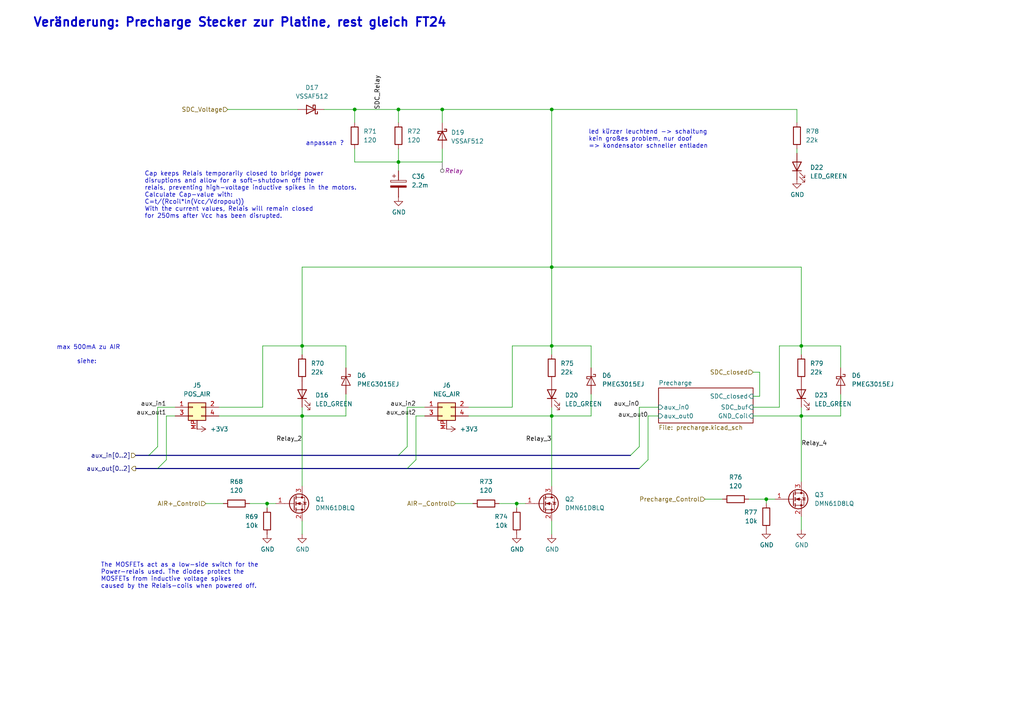
<source format=kicad_sch>
(kicad_sch
	(version 20231120)
	(generator "eeschema")
	(generator_version "8.0")
	(uuid "32d82cdb-bdba-4790-95cd-2bf9f903ff18")
	(paper "A4")
	(lib_symbols
		(symbol "Device:C_Polarized"
			(pin_numbers hide)
			(pin_names
				(offset 0.254)
			)
			(exclude_from_sim no)
			(in_bom yes)
			(on_board yes)
			(property "Reference" "C"
				(at 0.635 2.54 0)
				(effects
					(font
						(size 1.27 1.27)
					)
					(justify left)
				)
			)
			(property "Value" "C_Polarized"
				(at 0.635 -2.54 0)
				(effects
					(font
						(size 1.27 1.27)
					)
					(justify left)
				)
			)
			(property "Footprint" ""
				(at 0.9652 -3.81 0)
				(effects
					(font
						(size 1.27 1.27)
					)
					(hide yes)
				)
			)
			(property "Datasheet" "~"
				(at 0 0 0)
				(effects
					(font
						(size 1.27 1.27)
					)
					(hide yes)
				)
			)
			(property "Description" "Polarized capacitor"
				(at 0 0 0)
				(effects
					(font
						(size 1.27 1.27)
					)
					(hide yes)
				)
			)
			(property "ki_keywords" "cap capacitor"
				(at 0 0 0)
				(effects
					(font
						(size 1.27 1.27)
					)
					(hide yes)
				)
			)
			(property "ki_fp_filters" "CP_*"
				(at 0 0 0)
				(effects
					(font
						(size 1.27 1.27)
					)
					(hide yes)
				)
			)
			(symbol "C_Polarized_0_1"
				(rectangle
					(start -2.286 0.508)
					(end 2.286 1.016)
					(stroke
						(width 0)
						(type default)
					)
					(fill
						(type none)
					)
				)
				(polyline
					(pts
						(xy -1.778 2.286) (xy -0.762 2.286)
					)
					(stroke
						(width 0)
						(type default)
					)
					(fill
						(type none)
					)
				)
				(polyline
					(pts
						(xy -1.27 2.794) (xy -1.27 1.778)
					)
					(stroke
						(width 0)
						(type default)
					)
					(fill
						(type none)
					)
				)
				(rectangle
					(start 2.286 -0.508)
					(end -2.286 -1.016)
					(stroke
						(width 0)
						(type default)
					)
					(fill
						(type outline)
					)
				)
			)
			(symbol "C_Polarized_1_1"
				(pin passive line
					(at 0 3.81 270)
					(length 2.794)
					(name "~"
						(effects
							(font
								(size 1.27 1.27)
							)
						)
					)
					(number "1"
						(effects
							(font
								(size 1.27 1.27)
							)
						)
					)
				)
				(pin passive line
					(at 0 -3.81 90)
					(length 2.794)
					(name "~"
						(effects
							(font
								(size 1.27 1.27)
							)
						)
					)
					(number "2"
						(effects
							(font
								(size 1.27 1.27)
							)
						)
					)
				)
			)
		)
		(symbol "Device:LED"
			(pin_numbers hide)
			(pin_names
				(offset 1.016) hide)
			(exclude_from_sim no)
			(in_bom yes)
			(on_board yes)
			(property "Reference" "D"
				(at 0 2.54 0)
				(effects
					(font
						(size 1.27 1.27)
					)
				)
			)
			(property "Value" "LED"
				(at 0 -2.54 0)
				(effects
					(font
						(size 1.27 1.27)
					)
				)
			)
			(property "Footprint" ""
				(at 0 0 0)
				(effects
					(font
						(size 1.27 1.27)
					)
					(hide yes)
				)
			)
			(property "Datasheet" "~"
				(at 0 0 0)
				(effects
					(font
						(size 1.27 1.27)
					)
					(hide yes)
				)
			)
			(property "Description" "Light emitting diode"
				(at 0 0 0)
				(effects
					(font
						(size 1.27 1.27)
					)
					(hide yes)
				)
			)
			(property "ki_keywords" "LED diode"
				(at 0 0 0)
				(effects
					(font
						(size 1.27 1.27)
					)
					(hide yes)
				)
			)
			(property "ki_fp_filters" "LED* LED_SMD:* LED_THT:*"
				(at 0 0 0)
				(effects
					(font
						(size 1.27 1.27)
					)
					(hide yes)
				)
			)
			(symbol "LED_0_1"
				(polyline
					(pts
						(xy -1.27 -1.27) (xy -1.27 1.27)
					)
					(stroke
						(width 0.254)
						(type default)
					)
					(fill
						(type none)
					)
				)
				(polyline
					(pts
						(xy -1.27 0) (xy 1.27 0)
					)
					(stroke
						(width 0)
						(type default)
					)
					(fill
						(type none)
					)
				)
				(polyline
					(pts
						(xy 1.27 -1.27) (xy 1.27 1.27) (xy -1.27 0) (xy 1.27 -1.27)
					)
					(stroke
						(width 0.254)
						(type default)
					)
					(fill
						(type none)
					)
				)
				(polyline
					(pts
						(xy -3.048 -0.762) (xy -4.572 -2.286) (xy -3.81 -2.286) (xy -4.572 -2.286) (xy -4.572 -1.524)
					)
					(stroke
						(width 0)
						(type default)
					)
					(fill
						(type none)
					)
				)
				(polyline
					(pts
						(xy -1.778 -0.762) (xy -3.302 -2.286) (xy -2.54 -2.286) (xy -3.302 -2.286) (xy -3.302 -1.524)
					)
					(stroke
						(width 0)
						(type default)
					)
					(fill
						(type none)
					)
				)
			)
			(symbol "LED_1_1"
				(pin passive line
					(at -3.81 0 0)
					(length 2.54)
					(name "K"
						(effects
							(font
								(size 1.27 1.27)
							)
						)
					)
					(number "1"
						(effects
							(font
								(size 1.27 1.27)
							)
						)
					)
				)
				(pin passive line
					(at 3.81 0 180)
					(length 2.54)
					(name "A"
						(effects
							(font
								(size 1.27 1.27)
							)
						)
					)
					(number "2"
						(effects
							(font
								(size 1.27 1.27)
							)
						)
					)
				)
			)
		)
		(symbol "Device:R"
			(pin_numbers hide)
			(pin_names
				(offset 0)
			)
			(exclude_from_sim no)
			(in_bom yes)
			(on_board yes)
			(property "Reference" "R"
				(at 2.032 0 90)
				(effects
					(font
						(size 1.27 1.27)
					)
				)
			)
			(property "Value" "R"
				(at 0 0 90)
				(effects
					(font
						(size 1.27 1.27)
					)
				)
			)
			(property "Footprint" ""
				(at -1.778 0 90)
				(effects
					(font
						(size 1.27 1.27)
					)
					(hide yes)
				)
			)
			(property "Datasheet" "~"
				(at 0 0 0)
				(effects
					(font
						(size 1.27 1.27)
					)
					(hide yes)
				)
			)
			(property "Description" "Resistor"
				(at 0 0 0)
				(effects
					(font
						(size 1.27 1.27)
					)
					(hide yes)
				)
			)
			(property "ki_keywords" "R res resistor"
				(at 0 0 0)
				(effects
					(font
						(size 1.27 1.27)
					)
					(hide yes)
				)
			)
			(property "ki_fp_filters" "R_*"
				(at 0 0 0)
				(effects
					(font
						(size 1.27 1.27)
					)
					(hide yes)
				)
			)
			(symbol "R_0_1"
				(rectangle
					(start -1.016 -2.54)
					(end 1.016 2.54)
					(stroke
						(width 0.254)
						(type default)
					)
					(fill
						(type none)
					)
				)
			)
			(symbol "R_1_1"
				(pin passive line
					(at 0 3.81 270)
					(length 1.27)
					(name "~"
						(effects
							(font
								(size 1.27 1.27)
							)
						)
					)
					(number "1"
						(effects
							(font
								(size 1.27 1.27)
							)
						)
					)
				)
				(pin passive line
					(at 0 -3.81 90)
					(length 1.27)
					(name "~"
						(effects
							(font
								(size 1.27 1.27)
							)
						)
					)
					(number "2"
						(effects
							(font
								(size 1.27 1.27)
							)
						)
					)
				)
			)
		)
		(symbol "Diode:PMEG3015EJ"
			(pin_numbers hide)
			(pin_names hide)
			(exclude_from_sim no)
			(in_bom yes)
			(on_board yes)
			(property "Reference" "D"
				(at 0 2.54 0)
				(effects
					(font
						(size 1.27 1.27)
					)
				)
			)
			(property "Value" "PMEG3015EJ"
				(at 0 -2.54 0)
				(effects
					(font
						(size 1.27 1.27)
					)
				)
			)
			(property "Footprint" "Diode_SMD:D_SOD-323F"
				(at 0 -4.445 0)
				(effects
					(font
						(size 1.27 1.27)
					)
					(hide yes)
				)
			)
			(property "Datasheet" "https://assets.nexperia.com/documents/data-sheet/PMEG3015EH_EJ.pdf"
				(at 0 0 0)
				(effects
					(font
						(size 1.27 1.27)
					)
					(hide yes)
				)
			)
			(property "Description" "30V, 1.5A ultra low Vf MEGA Schottky barrier rectifier, SOD-323F"
				(at 0 0 0)
				(effects
					(font
						(size 1.27 1.27)
					)
					(hide yes)
				)
			)
			(property "ki_keywords" "forward voltage diode"
				(at 0 0 0)
				(effects
					(font
						(size 1.27 1.27)
					)
					(hide yes)
				)
			)
			(property "ki_fp_filters" "D*SOD?323F*"
				(at 0 0 0)
				(effects
					(font
						(size 1.27 1.27)
					)
					(hide yes)
				)
			)
			(symbol "PMEG3015EJ_0_1"
				(polyline
					(pts
						(xy 1.27 0) (xy -1.27 0)
					)
					(stroke
						(width 0)
						(type default)
					)
					(fill
						(type none)
					)
				)
				(polyline
					(pts
						(xy 1.27 1.27) (xy 1.27 -1.27) (xy -1.27 0) (xy 1.27 1.27)
					)
					(stroke
						(width 0.2032)
						(type default)
					)
					(fill
						(type none)
					)
				)
				(polyline
					(pts
						(xy -1.905 0.635) (xy -1.905 1.27) (xy -1.27 1.27) (xy -1.27 -1.27) (xy -0.635 -1.27) (xy -0.635 -0.635)
					)
					(stroke
						(width 0.2032)
						(type default)
					)
					(fill
						(type none)
					)
				)
			)
			(symbol "PMEG3015EJ_1_1"
				(pin passive line
					(at -3.81 0 0)
					(length 2.54)
					(name "K"
						(effects
							(font
								(size 1.27 1.27)
							)
						)
					)
					(number "1"
						(effects
							(font
								(size 1.27 1.27)
							)
						)
					)
				)
				(pin passive line
					(at 3.81 0 180)
					(length 2.54)
					(name "A"
						(effects
							(font
								(size 1.27 1.27)
							)
						)
					)
					(number "2"
						(effects
							(font
								(size 1.27 1.27)
							)
						)
					)
				)
			)
		)
		(symbol "Master:MMNL_2x2p_vertical"
			(pin_names
				(offset 1.016) hide)
			(exclude_from_sim no)
			(in_bom yes)
			(on_board yes)
			(property "Reference" "J"
				(at 1.27 2.54 0)
				(effects
					(font
						(size 1.27 1.27)
					)
				)
			)
			(property "Value" "MMNL_2x2p_vertical"
				(at 1.27 -5.08 0)
				(effects
					(font
						(size 1.27 1.27)
					)
				)
			)
			(property "Footprint" "FaSTTUBe_connectors:Micro_Mate-N-Lok_2x2p_vertical"
				(at 2.54 -7.112 0)
				(effects
					(font
						(size 1.27 1.27)
					)
					(hide yes)
				)
			)
			(property "Datasheet" "~"
				(at 0 0 0)
				(effects
					(font
						(size 1.27 1.27)
					)
					(hide yes)
				)
			)
			(property "Description" "Generic connector, double row, 02x02, odd/even pin numbering scheme (row 1 odd numbers, row 2 even numbers), script generated (kicad-library-utils/schlib/autogen/connector/)"
				(at 2.032 -9.398 0)
				(effects
					(font
						(size 1.27 1.27)
					)
					(hide yes)
				)
			)
			(property "ki_keywords" "connector"
				(at 0 0 0)
				(effects
					(font
						(size 1.27 1.27)
					)
					(hide yes)
				)
			)
			(property "ki_fp_filters" "Connector*:*_2x??_*"
				(at 0 0 0)
				(effects
					(font
						(size 1.27 1.27)
					)
					(hide yes)
				)
			)
			(symbol "MMNL_2x2p_vertical_1_1"
				(rectangle
					(start -1.27 -2.413)
					(end 0 -2.667)
					(stroke
						(width 0.1524)
						(type default)
					)
					(fill
						(type none)
					)
				)
				(rectangle
					(start -1.27 0.127)
					(end 0 -0.127)
					(stroke
						(width 0.1524)
						(type default)
					)
					(fill
						(type none)
					)
				)
				(rectangle
					(start -1.27 1.27)
					(end 3.81 -3.81)
					(stroke
						(width 0.254)
						(type default)
					)
					(fill
						(type background)
					)
				)
				(rectangle
					(start 3.81 -2.413)
					(end 2.54 -2.667)
					(stroke
						(width 0.1524)
						(type default)
					)
					(fill
						(type none)
					)
				)
				(rectangle
					(start 3.81 0.127)
					(end 2.54 -0.127)
					(stroke
						(width 0.1524)
						(type default)
					)
					(fill
						(type none)
					)
				)
				(pin passive line
					(at -5.08 0 0)
					(length 3.81)
					(name "Pin_1"
						(effects
							(font
								(size 1.27 1.27)
							)
						)
					)
					(number "1"
						(effects
							(font
								(size 1.27 1.27)
							)
						)
					)
				)
				(pin passive line
					(at 7.62 0 180)
					(length 3.81)
					(name "Pin_2"
						(effects
							(font
								(size 1.27 1.27)
							)
						)
					)
					(number "2"
						(effects
							(font
								(size 1.27 1.27)
							)
						)
					)
				)
				(pin passive line
					(at -5.08 -2.54 0)
					(length 3.81)
					(name "Pin_3"
						(effects
							(font
								(size 1.27 1.27)
							)
						)
					)
					(number "3"
						(effects
							(font
								(size 1.27 1.27)
							)
						)
					)
				)
				(pin passive line
					(at 7.62 -2.54 180)
					(length 3.81)
					(name "Pin_4"
						(effects
							(font
								(size 1.27 1.27)
							)
						)
					)
					(number "4"
						(effects
							(font
								(size 1.27 1.27)
							)
						)
					)
				)
				(pin passive line
					(at 1.27 -6.35 90)
					(length 2.54)
					(name ""
						(effects
							(font
								(size 1.27 1.27)
							)
						)
					)
					(number "MP"
						(effects
							(font
								(size 1.27 1.27)
							)
						)
					)
				)
			)
		)
		(symbol "Master:VSSAF512"
			(pin_numbers hide)
			(pin_names
				(offset 1.016) hide)
			(exclude_from_sim no)
			(in_bom yes)
			(on_board yes)
			(property "Reference" "D"
				(at 0 2.54 0)
				(effects
					(font
						(size 1.27 1.27)
					)
				)
			)
			(property "Value" "VSSAF512"
				(at 0 -2.54 0)
				(effects
					(font
						(size 1.27 1.27)
					)
				)
			)
			(property "Footprint" "Diode_SMD:D_SMA"
				(at 0 0 0)
				(effects
					(font
						(size 1.27 1.27)
					)
					(hide yes)
				)
			)
			(property "Datasheet" "~"
				(at 0 0 0)
				(effects
					(font
						(size 1.27 1.27)
					)
					(hide yes)
				)
			)
			(property "Description" "Schottky diode 100V, 5A"
				(at 0 0 0)
				(effects
					(font
						(size 1.27 1.27)
					)
					(hide yes)
				)
			)
			(property "ki_keywords" "diode Schottky"
				(at 0 0 0)
				(effects
					(font
						(size 1.27 1.27)
					)
					(hide yes)
				)
			)
			(property "ki_fp_filters" "TO-???* *_Diode_* *SingleDiode* D_*"
				(at 0 0 0)
				(effects
					(font
						(size 1.27 1.27)
					)
					(hide yes)
				)
			)
			(symbol "VSSAF512_0_1"
				(polyline
					(pts
						(xy 1.27 0) (xy -1.27 0)
					)
					(stroke
						(width 0)
						(type default)
					)
					(fill
						(type none)
					)
				)
				(polyline
					(pts
						(xy 1.27 1.27) (xy 1.27 -1.27) (xy -1.27 0) (xy 1.27 1.27)
					)
					(stroke
						(width 0.254)
						(type default)
					)
					(fill
						(type none)
					)
				)
				(polyline
					(pts
						(xy -1.905 0.635) (xy -1.905 1.27) (xy -1.27 1.27) (xy -1.27 -1.27) (xy -0.635 -1.27) (xy -0.635 -0.635)
					)
					(stroke
						(width 0.254)
						(type default)
					)
					(fill
						(type none)
					)
				)
			)
			(symbol "VSSAF512_1_1"
				(pin passive line
					(at -3.81 0 0)
					(length 2.54)
					(name "K"
						(effects
							(font
								(size 1.27 1.27)
							)
						)
					)
					(number "1"
						(effects
							(font
								(size 1.27 1.27)
							)
						)
					)
				)
				(pin passive line
					(at 3.81 0 180)
					(length 2.54)
					(name "A"
						(effects
							(font
								(size 1.27 1.27)
							)
						)
					)
					(number "2"
						(effects
							(font
								(size 1.27 1.27)
							)
						)
					)
				)
			)
		)
		(symbol "Transistor_FET:DMN61D8LQ"
			(pin_names hide)
			(exclude_from_sim no)
			(in_bom yes)
			(on_board yes)
			(property "Reference" "Q"
				(at 5.08 1.905 0)
				(effects
					(font
						(size 1.27 1.27)
					)
					(justify left)
				)
			)
			(property "Value" "DMN61D8LQ"
				(at 5.08 0 0)
				(effects
					(font
						(size 1.27 1.27)
					)
					(justify left)
				)
			)
			(property "Footprint" "Package_TO_SOT_SMD:SOT-23"
				(at 5.08 -1.905 0)
				(effects
					(font
						(size 1.27 1.27)
						(italic yes)
					)
					(justify left)
					(hide yes)
				)
			)
			(property "Datasheet" "https://www.diodes.com/assets/Datasheets/DMN61D8LQ.pdf"
				(at 5.08 -3.81 0)
				(effects
					(font
						(size 1.27 1.27)
					)
					(justify left)
					(hide yes)
				)
			)
			(property "Description" "60V Vds, 0.470A Id, N-Channel MOSFET for switching inductive loads , SOT-23"
				(at 0 0 0)
				(effects
					(font
						(size 1.27 1.27)
					)
					(hide yes)
				)
			)
			(property "ki_keywords" "N-Channel MOSFET relay logic-level"
				(at 0 0 0)
				(effects
					(font
						(size 1.27 1.27)
					)
					(hide yes)
				)
			)
			(property "ki_fp_filters" "SOT?23*"
				(at 0 0 0)
				(effects
					(font
						(size 1.27 1.27)
					)
					(hide yes)
				)
			)
			(symbol "DMN61D8LQ_0_1"
				(polyline
					(pts
						(xy 0.254 0) (xy -2.54 0)
					)
					(stroke
						(width 0)
						(type default)
					)
					(fill
						(type none)
					)
				)
				(polyline
					(pts
						(xy 0.254 1.905) (xy 0.254 -1.905)
					)
					(stroke
						(width 0.254)
						(type default)
					)
					(fill
						(type none)
					)
				)
				(polyline
					(pts
						(xy 0.762 -1.27) (xy 0.762 -2.286)
					)
					(stroke
						(width 0.254)
						(type default)
					)
					(fill
						(type none)
					)
				)
				(polyline
					(pts
						(xy 0.762 0.508) (xy 0.762 -0.508)
					)
					(stroke
						(width 0.254)
						(type default)
					)
					(fill
						(type none)
					)
				)
				(polyline
					(pts
						(xy 0.762 2.286) (xy 0.762 1.27)
					)
					(stroke
						(width 0.254)
						(type default)
					)
					(fill
						(type none)
					)
				)
				(polyline
					(pts
						(xy 2.54 2.54) (xy 2.54 1.778)
					)
					(stroke
						(width 0)
						(type default)
					)
					(fill
						(type none)
					)
				)
				(polyline
					(pts
						(xy 2.54 -2.54) (xy 2.54 0) (xy 0.762 0)
					)
					(stroke
						(width 0)
						(type default)
					)
					(fill
						(type none)
					)
				)
				(polyline
					(pts
						(xy 0.762 -1.778) (xy 3.302 -1.778) (xy 3.302 1.778) (xy 0.762 1.778)
					)
					(stroke
						(width 0)
						(type default)
					)
					(fill
						(type none)
					)
				)
				(polyline
					(pts
						(xy 1.016 0) (xy 2.032 0.381) (xy 2.032 -0.381) (xy 1.016 0)
					)
					(stroke
						(width 0)
						(type default)
					)
					(fill
						(type outline)
					)
				)
				(polyline
					(pts
						(xy 2.794 0.508) (xy 2.921 0.381) (xy 3.683 0.381) (xy 3.81 0.254)
					)
					(stroke
						(width 0)
						(type default)
					)
					(fill
						(type none)
					)
				)
				(polyline
					(pts
						(xy 3.302 0.381) (xy 2.921 -0.254) (xy 3.683 -0.254) (xy 3.302 0.381)
					)
					(stroke
						(width 0)
						(type default)
					)
					(fill
						(type none)
					)
				)
				(circle
					(center 1.651 0)
					(radius 2.794)
					(stroke
						(width 0.254)
						(type default)
					)
					(fill
						(type none)
					)
				)
				(circle
					(center 2.54 -1.778)
					(radius 0.254)
					(stroke
						(width 0)
						(type default)
					)
					(fill
						(type outline)
					)
				)
				(circle
					(center 2.54 1.778)
					(radius 0.254)
					(stroke
						(width 0)
						(type default)
					)
					(fill
						(type outline)
					)
				)
			)
			(symbol "DMN61D8LQ_1_1"
				(pin input line
					(at -5.08 0 0)
					(length 2.54)
					(name "G"
						(effects
							(font
								(size 1.27 1.27)
							)
						)
					)
					(number "1"
						(effects
							(font
								(size 1.27 1.27)
							)
						)
					)
				)
				(pin passive line
					(at 2.54 -5.08 90)
					(length 2.54)
					(name "S"
						(effects
							(font
								(size 1.27 1.27)
							)
						)
					)
					(number "2"
						(effects
							(font
								(size 1.27 1.27)
							)
						)
					)
				)
				(pin passive line
					(at 2.54 5.08 270)
					(length 2.54)
					(name "D"
						(effects
							(font
								(size 1.27 1.27)
							)
						)
					)
					(number "3"
						(effects
							(font
								(size 1.27 1.27)
							)
						)
					)
				)
			)
		)
		(symbol "power:+3V3"
			(power)
			(pin_numbers hide)
			(pin_names
				(offset 0) hide)
			(exclude_from_sim no)
			(in_bom yes)
			(on_board yes)
			(property "Reference" "#PWR"
				(at 0 -3.81 0)
				(effects
					(font
						(size 1.27 1.27)
					)
					(hide yes)
				)
			)
			(property "Value" "+3V3"
				(at 0 3.556 0)
				(effects
					(font
						(size 1.27 1.27)
					)
				)
			)
			(property "Footprint" ""
				(at 0 0 0)
				(effects
					(font
						(size 1.27 1.27)
					)
					(hide yes)
				)
			)
			(property "Datasheet" ""
				(at 0 0 0)
				(effects
					(font
						(size 1.27 1.27)
					)
					(hide yes)
				)
			)
			(property "Description" "Power symbol creates a global label with name \"+3V3\""
				(at 0 0 0)
				(effects
					(font
						(size 1.27 1.27)
					)
					(hide yes)
				)
			)
			(property "ki_keywords" "global power"
				(at 0 0 0)
				(effects
					(font
						(size 1.27 1.27)
					)
					(hide yes)
				)
			)
			(symbol "+3V3_0_1"
				(polyline
					(pts
						(xy -0.762 1.27) (xy 0 2.54)
					)
					(stroke
						(width 0)
						(type default)
					)
					(fill
						(type none)
					)
				)
				(polyline
					(pts
						(xy 0 0) (xy 0 2.54)
					)
					(stroke
						(width 0)
						(type default)
					)
					(fill
						(type none)
					)
				)
				(polyline
					(pts
						(xy 0 2.54) (xy 0.762 1.27)
					)
					(stroke
						(width 0)
						(type default)
					)
					(fill
						(type none)
					)
				)
			)
			(symbol "+3V3_1_1"
				(pin power_in line
					(at 0 0 90)
					(length 0)
					(name "~"
						(effects
							(font
								(size 1.27 1.27)
							)
						)
					)
					(number "1"
						(effects
							(font
								(size 1.27 1.27)
							)
						)
					)
				)
			)
		)
		(symbol "power:GND"
			(power)
			(pin_numbers hide)
			(pin_names
				(offset 0) hide)
			(exclude_from_sim no)
			(in_bom yes)
			(on_board yes)
			(property "Reference" "#PWR"
				(at 0 -6.35 0)
				(effects
					(font
						(size 1.27 1.27)
					)
					(hide yes)
				)
			)
			(property "Value" "GND"
				(at 0 -3.81 0)
				(effects
					(font
						(size 1.27 1.27)
					)
				)
			)
			(property "Footprint" ""
				(at 0 0 0)
				(effects
					(font
						(size 1.27 1.27)
					)
					(hide yes)
				)
			)
			(property "Datasheet" ""
				(at 0 0 0)
				(effects
					(font
						(size 1.27 1.27)
					)
					(hide yes)
				)
			)
			(property "Description" "Power symbol creates a global label with name \"GND\" , ground"
				(at 0 0 0)
				(effects
					(font
						(size 1.27 1.27)
					)
					(hide yes)
				)
			)
			(property "ki_keywords" "global power"
				(at 0 0 0)
				(effects
					(font
						(size 1.27 1.27)
					)
					(hide yes)
				)
			)
			(symbol "GND_0_1"
				(polyline
					(pts
						(xy 0 0) (xy 0 -1.27) (xy 1.27 -1.27) (xy 0 -2.54) (xy -1.27 -1.27) (xy 0 -1.27)
					)
					(stroke
						(width 0)
						(type default)
					)
					(fill
						(type none)
					)
				)
			)
			(symbol "GND_1_1"
				(pin power_in line
					(at 0 0 270)
					(length 0)
					(name "~"
						(effects
							(font
								(size 1.27 1.27)
							)
						)
					)
					(number "1"
						(effects
							(font
								(size 1.27 1.27)
							)
						)
					)
				)
			)
		)
	)
	(junction
		(at 160.02 31.75)
		(diameter 0)
		(color 0 0 0 0)
		(uuid "2396d75c-7af6-4383-a29e-72c6664addc7")
	)
	(junction
		(at 160.02 77.47)
		(diameter 0)
		(color 0 0 0 0)
		(uuid "2b9937fd-8ffc-4d6b-a39a-112109ba0ffe")
	)
	(junction
		(at 160.02 120.65)
		(diameter 0)
		(color 0 0 0 0)
		(uuid "36b27a92-463b-450f-8047-9961d0553a2f")
	)
	(junction
		(at 115.57 31.75)
		(diameter 0)
		(color 0 0 0 0)
		(uuid "497e0588-d556-49c9-8d31-0a5b62dcd00a")
	)
	(junction
		(at 232.41 120.65)
		(diameter 0)
		(color 0 0 0 0)
		(uuid "5293fe65-c5c2-4464-b5ae-2e59f5d2c6b2")
	)
	(junction
		(at 102.87 31.75)
		(diameter 0)
		(color 0 0 0 0)
		(uuid "73c3f259-1ea2-4d09-8a26-918abdd90e0d")
	)
	(junction
		(at 128.27 31.75)
		(diameter 0)
		(color 0 0 0 0)
		(uuid "7b7ed203-cb23-404b-84a3-2a1d96221b34")
	)
	(junction
		(at 222.25 144.78)
		(diameter 0)
		(color 0 0 0 0)
		(uuid "7be64c02-8281-4423-8af6-7cbf7efc375a")
	)
	(junction
		(at 115.57 46.99)
		(diameter 0)
		(color 0 0 0 0)
		(uuid "80a87765-60f4-464b-aa67-36e1dc355fbe")
	)
	(junction
		(at 232.41 100.33)
		(diameter 0)
		(color 0 0 0 0)
		(uuid "a4a2eb64-0da9-4514-bc01-40bbaf333582")
	)
	(junction
		(at 149.86 146.05)
		(diameter 0)
		(color 0 0 0 0)
		(uuid "a72e527d-159a-45d5-b793-a05e93569363")
	)
	(junction
		(at 87.63 120.65)
		(diameter 0)
		(color 0 0 0 0)
		(uuid "c4fcb4c7-4c96-4909-828b-524835765a91")
	)
	(junction
		(at 160.02 100.33)
		(diameter 0)
		(color 0 0 0 0)
		(uuid "d18d76fc-4e87-43d9-a731-190bd30fe8aa")
	)
	(junction
		(at 77.47 146.05)
		(diameter 0)
		(color 0 0 0 0)
		(uuid "d4e70c42-6907-4b45-9c34-ac9a976d72ae")
	)
	(junction
		(at 87.63 100.33)
		(diameter 0)
		(color 0 0 0 0)
		(uuid "da2a759e-2e69-4366-bbc7-dad66bae597c")
	)
	(bus_entry
		(at 118.11 135.89)
		(size 2.54 -2.54)
		(stroke
			(width 0)
			(type default)
		)
		(uuid "09d87619-0dfa-4630-9f81-1be20c5c2ee2")
	)
	(bus_entry
		(at 115.57 132.08)
		(size 2.54 -2.54)
		(stroke
			(width 0)
			(type default)
		)
		(uuid "09d87619-0dfa-4630-9f81-1be20c5c2ee3")
	)
	(bus_entry
		(at 182.88 132.08)
		(size 2.54 -2.54)
		(stroke
			(width 0)
			(type default)
		)
		(uuid "09d87619-0dfa-4630-9f81-1be20c5c2ee4")
	)
	(bus_entry
		(at 185.42 135.89)
		(size 2.54 -2.54)
		(stroke
			(width 0)
			(type default)
		)
		(uuid "09d87619-0dfa-4630-9f81-1be20c5c2ee6")
	)
	(bus_entry
		(at 45.72 135.89)
		(size 2.54 -2.54)
		(stroke
			(width 0)
			(type default)
		)
		(uuid "26b8e366-1305-4942-9a46-e6c1399b28d0")
	)
	(bus_entry
		(at 43.18 132.08)
		(size 2.54 -2.54)
		(stroke
			(width 0)
			(type default)
		)
		(uuid "75628773-df92-4878-894d-4c0a72707ef0")
	)
	(wire
		(pts
			(xy 160.02 118.11) (xy 160.02 120.65)
		)
		(stroke
			(width 0)
			(type default)
		)
		(uuid "03217cc5-7c17-408d-b0b3-f5b0d913206b")
	)
	(wire
		(pts
			(xy 232.41 149.86) (xy 232.41 153.67)
		)
		(stroke
			(width 0)
			(type default)
		)
		(uuid "03b97eb4-456f-42b1-bb29-931644be215a")
	)
	(wire
		(pts
			(xy 118.11 118.11) (xy 123.19 118.11)
		)
		(stroke
			(width 0)
			(type default)
		)
		(uuid "09abe531-cb73-4ba0-9daa-25c1e61d07c7")
	)
	(wire
		(pts
			(xy 72.39 146.05) (xy 77.47 146.05)
		)
		(stroke
			(width 0)
			(type default)
		)
		(uuid "0b23b76e-95eb-4a29-b6a5-227a5ccf5b83")
	)
	(wire
		(pts
			(xy 148.59 118.11) (xy 148.59 100.33)
		)
		(stroke
			(width 0)
			(type default)
		)
		(uuid "0c7509d0-eecb-448c-8f74-1f81099a4d2d")
	)
	(wire
		(pts
			(xy 87.63 120.65) (xy 87.63 118.11)
		)
		(stroke
			(width 0)
			(type default)
		)
		(uuid "127f7441-259e-4d1a-a60b-f371bf853557")
	)
	(wire
		(pts
			(xy 118.11 129.54) (xy 118.11 118.11)
		)
		(stroke
			(width 0)
			(type default)
		)
		(uuid "12b4ae8f-5b0a-47d6-b975-a21da12ba7bb")
	)
	(wire
		(pts
			(xy 87.63 154.94) (xy 87.63 151.13)
		)
		(stroke
			(width 0)
			(type default)
		)
		(uuid "12c8ab01-416b-4005-ac9c-23c8586c2228")
	)
	(wire
		(pts
			(xy 204.47 144.78) (xy 209.55 144.78)
		)
		(stroke
			(width 0)
			(type default)
		)
		(uuid "149bd9e6-c7e4-47ce-b5a7-93cfcfa90c65")
	)
	(wire
		(pts
			(xy 222.25 144.78) (xy 224.79 144.78)
		)
		(stroke
			(width 0)
			(type default)
		)
		(uuid "1a09c4a0-bb28-434c-b329-7453da7f2877")
	)
	(wire
		(pts
			(xy 59.69 146.05) (xy 64.77 146.05)
		)
		(stroke
			(width 0)
			(type default)
		)
		(uuid "1f020d0c-02a5-4255-bd6f-353ae58c5660")
	)
	(wire
		(pts
			(xy 128.27 31.75) (xy 160.02 31.75)
		)
		(stroke
			(width 0)
			(type default)
		)
		(uuid "1ff1969d-f5c0-4afb-88ae-83dbdb437154")
	)
	(wire
		(pts
			(xy 232.41 77.47) (xy 232.41 100.33)
		)
		(stroke
			(width 0)
			(type default)
		)
		(uuid "20005d0c-0701-4c17-a231-dfabe6ed1357")
	)
	(wire
		(pts
			(xy 148.59 100.33) (xy 160.02 100.33)
		)
		(stroke
			(width 0)
			(type default)
		)
		(uuid "20133619-e2d1-416f-8ed4-7b3a82c2903f")
	)
	(wire
		(pts
			(xy 171.45 114.3) (xy 171.45 120.65)
		)
		(stroke
			(width 0)
			(type default)
		)
		(uuid "265446cc-6421-4e32-b08a-304ca7bc73eb")
	)
	(wire
		(pts
			(xy 135.89 118.11) (xy 148.59 118.11)
		)
		(stroke
			(width 0)
			(type default)
		)
		(uuid "27bd3756-9b33-48e6-b77f-783edd0d3fd6")
	)
	(wire
		(pts
			(xy 120.65 120.65) (xy 123.19 120.65)
		)
		(stroke
			(width 0)
			(type default)
		)
		(uuid "28e635a0-54ce-4645-9f86-63d325423d97")
	)
	(wire
		(pts
			(xy 87.63 77.47) (xy 160.02 77.47)
		)
		(stroke
			(width 0)
			(type default)
		)
		(uuid "2a43b925-a2eb-4c5e-87d8-14e41d90fedc")
	)
	(wire
		(pts
			(xy 160.02 120.65) (xy 160.02 140.97)
		)
		(stroke
			(width 0)
			(type default)
		)
		(uuid "2b761a4a-a828-40b6-a826-27b0eb14e299")
	)
	(wire
		(pts
			(xy 115.57 46.99) (xy 115.57 49.53)
		)
		(stroke
			(width 0)
			(type default)
		)
		(uuid "2d3f4f07-e8b4-4920-9802-b530448eef80")
	)
	(wire
		(pts
			(xy 160.02 100.33) (xy 171.45 100.33)
		)
		(stroke
			(width 0)
			(type default)
		)
		(uuid "2eb7aa78-dcc6-4f22-ab9b-3683f845bb6d")
	)
	(wire
		(pts
			(xy 218.44 120.65) (xy 232.41 120.65)
		)
		(stroke
			(width 0)
			(type default)
		)
		(uuid "30cc176f-87f8-445b-9aae-8d9069d0f64b")
	)
	(wire
		(pts
			(xy 120.65 120.65) (xy 120.65 133.35)
		)
		(stroke
			(width 0)
			(type default)
		)
		(uuid "32347072-f03f-44e8-a510-4337a4953e0a")
	)
	(wire
		(pts
			(xy 87.63 77.47) (xy 87.63 100.33)
		)
		(stroke
			(width 0)
			(type default)
		)
		(uuid "33c95270-64ff-470a-acc7-723b6890da08")
	)
	(bus
		(pts
			(xy 39.37 135.89) (xy 45.72 135.89)
		)
		(stroke
			(width 0)
			(type default)
		)
		(uuid "35919ee0-1776-4e33-85c8-8a7ad0d46e3d")
	)
	(wire
		(pts
			(xy 102.87 31.75) (xy 115.57 31.75)
		)
		(stroke
			(width 0)
			(type default)
		)
		(uuid "390644aa-d62a-4c30-a5f3-997f4b17a98b")
	)
	(wire
		(pts
			(xy 63.5 120.65) (xy 87.63 120.65)
		)
		(stroke
			(width 0)
			(type default)
		)
		(uuid "3ad0e912-e8a2-4751-8d67-7663c9dcf394")
	)
	(wire
		(pts
			(xy 48.26 120.65) (xy 50.8 120.65)
		)
		(stroke
			(width 0)
			(type default)
		)
		(uuid "4018a125-c3f2-4efe-b96e-2e7dd8f98881")
	)
	(wire
		(pts
			(xy 160.02 100.33) (xy 160.02 102.87)
		)
		(stroke
			(width 0)
			(type default)
		)
		(uuid "4741fc9b-81ff-41ca-ac47-e2bce3a58957")
	)
	(wire
		(pts
			(xy 231.14 44.45) (xy 231.14 43.18)
		)
		(stroke
			(width 0)
			(type default)
		)
		(uuid "4acd02b2-ec73-42c6-9613-b28b43efdc98")
	)
	(wire
		(pts
			(xy 171.45 120.65) (xy 160.02 120.65)
		)
		(stroke
			(width 0)
			(type default)
		)
		(uuid "4b453b17-c215-4323-9a8f-50ba50e27635")
	)
	(wire
		(pts
			(xy 144.78 146.05) (xy 149.86 146.05)
		)
		(stroke
			(width 0)
			(type default)
		)
		(uuid "4c615de4-ee59-4bec-8c9a-d2882c078951")
	)
	(wire
		(pts
			(xy 149.86 146.05) (xy 152.4 146.05)
		)
		(stroke
			(width 0)
			(type default)
		)
		(uuid "50f4a179-b84f-4e58-a6c9-0c56e5051fa0")
	)
	(wire
		(pts
			(xy 77.47 146.05) (xy 80.01 146.05)
		)
		(stroke
			(width 0)
			(type default)
		)
		(uuid "5157c484-60ae-4065-a4c2-799bc4e17155")
	)
	(wire
		(pts
			(xy 115.57 43.18) (xy 115.57 46.99)
		)
		(stroke
			(width 0)
			(type default)
		)
		(uuid "51ad4d4f-905e-4a4f-b476-d094aa46835a")
	)
	(wire
		(pts
			(xy 185.42 118.11) (xy 185.42 129.54)
		)
		(stroke
			(width 0)
			(type default)
		)
		(uuid "5b7917a5-bc4a-408d-90b6-1fd4a11dc9b4")
	)
	(wire
		(pts
			(xy 102.87 46.99) (xy 115.57 46.99)
		)
		(stroke
			(width 0)
			(type default)
		)
		(uuid "5de5f109-c456-4ed8-b666-90431bdc4a56")
	)
	(wire
		(pts
			(xy 232.41 120.65) (xy 243.84 120.65)
		)
		(stroke
			(width 0)
			(type default)
		)
		(uuid "6053659e-421f-45db-83fa-4896f657ae43")
	)
	(wire
		(pts
			(xy 232.41 120.65) (xy 232.41 139.7)
		)
		(stroke
			(width 0)
			(type default)
		)
		(uuid "6419fa39-4ae2-485a-a5de-abbc411116c9")
	)
	(wire
		(pts
			(xy 66.04 31.75) (xy 86.36 31.75)
		)
		(stroke
			(width 0)
			(type default)
		)
		(uuid "67dd958e-702f-428d-b892-93a1b8da92e1")
	)
	(wire
		(pts
			(xy 128.27 46.99) (xy 128.27 43.18)
		)
		(stroke
			(width 0)
			(type default)
		)
		(uuid "70df3315-57ac-4b2e-b4f1-980f7ad1964d")
	)
	(wire
		(pts
			(xy 220.345 107.95) (xy 220.345 114.935)
		)
		(stroke
			(width 0)
			(type default)
		)
		(uuid "716d4bc0-e55e-4600-9a3b-3334e3c86a5c")
	)
	(wire
		(pts
			(xy 76.2 100.33) (xy 87.63 100.33)
		)
		(stroke
			(width 0)
			(type default)
		)
		(uuid "7521d602-7712-4bec-9303-1e9a373e171c")
	)
	(wire
		(pts
			(xy 160.02 31.75) (xy 160.02 77.47)
		)
		(stroke
			(width 0)
			(type default)
		)
		(uuid "7ada87bd-2902-43d7-bba9-ab35ea835049")
	)
	(wire
		(pts
			(xy 135.89 120.65) (xy 160.02 120.65)
		)
		(stroke
			(width 0)
			(type default)
		)
		(uuid "7d14abbd-3219-4db2-9392-d59abd53fa87")
	)
	(wire
		(pts
			(xy 220.345 114.935) (xy 218.44 114.935)
		)
		(stroke
			(width 0)
			(type default)
		)
		(uuid "7d3da37c-9a59-4834-ad72-3ce29421fbf3")
	)
	(wire
		(pts
			(xy 149.86 146.05) (xy 149.86 147.32)
		)
		(stroke
			(width 0)
			(type default)
		)
		(uuid "7d7ea5b6-730a-4489-88f9-0031acad737e")
	)
	(wire
		(pts
			(xy 45.72 118.11) (xy 50.8 118.11)
		)
		(stroke
			(width 0)
			(type default)
		)
		(uuid "7e947fb0-8c25-4dc3-b300-fe4d2909ca1a")
	)
	(wire
		(pts
			(xy 185.42 118.11) (xy 191.008 118.11)
		)
		(stroke
			(width 0)
			(type default)
		)
		(uuid "8227257b-4269-4a80-8291-82dab1b7d2f8")
	)
	(wire
		(pts
			(xy 100.33 100.33) (xy 100.33 106.68)
		)
		(stroke
			(width 0)
			(type default)
		)
		(uuid "828021f6-2ca3-471a-84ec-5c8dcdd07f12")
	)
	(bus
		(pts
			(xy 118.11 135.89) (xy 185.42 135.89)
		)
		(stroke
			(width 0)
			(type default)
		)
		(uuid "8938ccb5-1cc0-4bbf-aa61-e3a94bb12cbb")
	)
	(wire
		(pts
			(xy 77.47 147.32) (xy 77.47 146.05)
		)
		(stroke
			(width 0)
			(type default)
		)
		(uuid "8d8b5318-9165-49cd-8bfa-339c5b9adda5")
	)
	(wire
		(pts
			(xy 243.84 114.3) (xy 243.84 120.65)
		)
		(stroke
			(width 0)
			(type default)
		)
		(uuid "94e6829f-9e0b-46e5-a1d3-3881f00d37b9")
	)
	(wire
		(pts
			(xy 102.87 43.18) (xy 102.87 46.99)
		)
		(stroke
			(width 0)
			(type default)
		)
		(uuid "9776f19c-9e33-49ed-a742-5b7b1e87143f")
	)
	(wire
		(pts
			(xy 217.17 144.78) (xy 222.25 144.78)
		)
		(stroke
			(width 0)
			(type default)
		)
		(uuid "98804a7c-7e2c-473c-baa5-9b096e3f439f")
	)
	(wire
		(pts
			(xy 218.44 107.95) (xy 220.345 107.95)
		)
		(stroke
			(width 0)
			(type default)
		)
		(uuid "99725dee-5745-4299-96cd-fa008d790e71")
	)
	(bus
		(pts
			(xy 115.57 132.08) (xy 182.88 132.08)
		)
		(stroke
			(width 0)
			(type default)
		)
		(uuid "9a135994-6e6e-4fd4-b9ed-b2f1d847d6b6")
	)
	(wire
		(pts
			(xy 243.84 100.33) (xy 243.84 106.68)
		)
		(stroke
			(width 0)
			(type default)
		)
		(uuid "9a4e7f42-3f09-4a6c-a7bc-1b9f0b4d318f")
	)
	(wire
		(pts
			(xy 128.27 31.75) (xy 128.27 35.56)
		)
		(stroke
			(width 0)
			(type default)
		)
		(uuid "9ac81aa5-cf1b-4cbf-9fa5-f7b4bc5bb442")
	)
	(wire
		(pts
			(xy 45.72 129.54) (xy 45.72 118.11)
		)
		(stroke
			(width 0)
			(type default)
		)
		(uuid "9b840574-e6f4-4614-993f-15d2fdb2a997")
	)
	(wire
		(pts
			(xy 231.14 35.56) (xy 231.14 31.75)
		)
		(stroke
			(width 0)
			(type default)
		)
		(uuid "9da1fcfc-98fe-4119-8e74-782e50c6ecfe")
	)
	(wire
		(pts
			(xy 232.41 100.33) (xy 243.84 100.33)
		)
		(stroke
			(width 0)
			(type default)
		)
		(uuid "9f9022c9-23a1-465e-8ada-ab5669d2d9d7")
	)
	(wire
		(pts
			(xy 100.33 100.33) (xy 87.63 100.33)
		)
		(stroke
			(width 0)
			(type default)
		)
		(uuid "a4f745ed-92e9-4c41-a3b8-c48150e71d9a")
	)
	(wire
		(pts
			(xy 93.98 31.75) (xy 102.87 31.75)
		)
		(stroke
			(width 0)
			(type default)
		)
		(uuid "a7bebc70-3ab2-4cb6-90bb-bebfc9d5688f")
	)
	(wire
		(pts
			(xy 63.5 118.11) (xy 76.2 118.11)
		)
		(stroke
			(width 0)
			(type default)
		)
		(uuid "aafd044d-803e-4dd8-a223-de403cf44aad")
	)
	(wire
		(pts
			(xy 232.41 118.11) (xy 232.41 120.65)
		)
		(stroke
			(width 0)
			(type default)
		)
		(uuid "acc8a8dd-228e-45b4-8a95-50ce49676bb5")
	)
	(wire
		(pts
			(xy 171.45 100.33) (xy 171.45 106.68)
		)
		(stroke
			(width 0)
			(type default)
		)
		(uuid "aed2bf58-108a-4364-b236-9817514f1b08")
	)
	(wire
		(pts
			(xy 187.96 120.65) (xy 191.008 120.65)
		)
		(stroke
			(width 0)
			(type default)
		)
		(uuid "b437938f-e71e-4afb-ba4d-b57ac2967895")
	)
	(wire
		(pts
			(xy 132.08 146.05) (xy 137.16 146.05)
		)
		(stroke
			(width 0)
			(type default)
		)
		(uuid "bbba60d6-0edc-41fb-b4f2-43fb7444a73a")
	)
	(bus
		(pts
			(xy 45.72 135.89) (xy 118.11 135.89)
		)
		(stroke
			(width 0)
			(type default)
		)
		(uuid "bf0360ae-353f-4af1-8de5-1b2158d46331")
	)
	(wire
		(pts
			(xy 222.25 144.78) (xy 222.25 146.05)
		)
		(stroke
			(width 0)
			(type default)
		)
		(uuid "c3287064-2055-438b-bcbe-6aab6d79d9da")
	)
	(wire
		(pts
			(xy 115.57 31.75) (xy 128.27 31.75)
		)
		(stroke
			(width 0)
			(type default)
		)
		(uuid "ca979b15-0546-4c86-8c18-e60211f7c3a1")
	)
	(wire
		(pts
			(xy 87.63 120.65) (xy 100.33 120.65)
		)
		(stroke
			(width 0)
			(type default)
		)
		(uuid "cf1cde27-a820-453f-932e-c192764f823d")
	)
	(wire
		(pts
			(xy 226.06 100.33) (xy 226.06 118.11)
		)
		(stroke
			(width 0)
			(type default)
		)
		(uuid "d0d86ac0-44d0-4931-b828-e4f447055a90")
	)
	(wire
		(pts
			(xy 232.41 100.33) (xy 232.41 102.87)
		)
		(stroke
			(width 0)
			(type default)
		)
		(uuid "d1367836-41c4-49e1-9dd2-5423dbe29bc6")
	)
	(wire
		(pts
			(xy 102.87 31.75) (xy 102.87 35.56)
		)
		(stroke
			(width 0)
			(type default)
		)
		(uuid "d380d5dc-af96-4c09-92ce-ed4631fd00ef")
	)
	(wire
		(pts
			(xy 160.02 77.47) (xy 232.41 77.47)
		)
		(stroke
			(width 0)
			(type default)
		)
		(uuid "d8418bd3-43a0-40c4-ba44-102f03adc893")
	)
	(wire
		(pts
			(xy 160.02 151.13) (xy 160.02 154.94)
		)
		(stroke
			(width 0)
			(type default)
		)
		(uuid "d8533f17-8af6-4550-afd8-cec3271bf5fa")
	)
	(wire
		(pts
			(xy 87.63 100.33) (xy 87.63 102.87)
		)
		(stroke
			(width 0)
			(type default)
		)
		(uuid "d8ed38d6-ef8f-436f-9ecc-4e89e839a70d")
	)
	(wire
		(pts
			(xy 226.06 100.33) (xy 232.41 100.33)
		)
		(stroke
			(width 0)
			(type default)
		)
		(uuid "daf36698-fd8b-492c-b436-f18a72c0ea0a")
	)
	(wire
		(pts
			(xy 100.33 120.65) (xy 100.33 114.3)
		)
		(stroke
			(width 0)
			(type default)
		)
		(uuid "dbc48690-ae34-4e1b-aa02-bdf72ab06183")
	)
	(wire
		(pts
			(xy 160.02 31.75) (xy 231.14 31.75)
		)
		(stroke
			(width 0)
			(type default)
		)
		(uuid "e079dcaf-f9b9-4115-8413-15cc17391f0a")
	)
	(bus
		(pts
			(xy 39.37 132.08) (xy 43.18 132.08)
		)
		(stroke
			(width 0)
			(type default)
		)
		(uuid "e43a8798-176c-48d1-82eb-c7946d132c05")
	)
	(bus
		(pts
			(xy 43.18 132.08) (xy 115.57 132.08)
		)
		(stroke
			(width 0)
			(type default)
		)
		(uuid "ea79ea1f-636a-45db-bfbb-a5b0d64e9542")
	)
	(wire
		(pts
			(xy 115.57 31.75) (xy 115.57 35.56)
		)
		(stroke
			(width 0)
			(type default)
		)
		(uuid "ef675f49-d4d6-4648-962c-ced376e232bd")
	)
	(wire
		(pts
			(xy 187.96 120.65) (xy 187.96 133.35)
		)
		(stroke
			(width 0)
			(type default)
		)
		(uuid "f07812ed-3ff8-48a9-8983-0818e63948d5")
	)
	(wire
		(pts
			(xy 87.63 140.97) (xy 87.63 120.65)
		)
		(stroke
			(width 0)
			(type default)
		)
		(uuid "f16729da-84da-4b28-b232-55575d67face")
	)
	(wire
		(pts
			(xy 76.2 100.33) (xy 76.2 118.11)
		)
		(stroke
			(width 0)
			(type default)
		)
		(uuid "f18089af-35d1-49e2-b30f-dbeb9ba60f88")
	)
	(wire
		(pts
			(xy 48.26 120.65) (xy 48.26 133.35)
		)
		(stroke
			(width 0)
			(type default)
		)
		(uuid "f58ccfe4-1abd-47cb-bbb9-afa49d268099")
	)
	(wire
		(pts
			(xy 218.44 118.11) (xy 226.06 118.11)
		)
		(stroke
			(width 0)
			(type default)
		)
		(uuid "f83211d0-8aa5-48fe-93be-d25a635a7a0c")
	)
	(wire
		(pts
			(xy 115.57 46.99) (xy 128.27 46.99)
		)
		(stroke
			(width 0)
			(type default)
		)
		(uuid "fb94209c-37e6-4fec-8be5-7aa7304ae214")
	)
	(wire
		(pts
			(xy 160.02 77.47) (xy 160.02 100.33)
		)
		(stroke
			(width 0)
			(type default)
		)
		(uuid "fefebbe0-4936-4f0a-a279-5c4f9c53fde4")
	)
	(text "The MOSFETs act as a low-side switch for the\nPower-relais used. The diodes protect the\nMOSFETs from inductive voltage spikes\ncaused by the Relais-coils when powered off."
		(exclude_from_sim no)
		(at 29.21 170.815 0)
		(effects
			(font
				(size 1.27 1.27)
			)
			(justify left bottom)
		)
		(uuid "258368d8-5a11-4808-89a9-f0928d3dfce6")
	)
	(text "led kürzer leuchtend -> schaltung \nkein großes problem, nur doof\n=> kondensator schneller entladen"
		(exclude_from_sim no)
		(at 170.688 40.386 0)
		(effects
			(font
				(size 1.27 1.27)
			)
			(justify left)
		)
		(uuid "2e25d93d-cd13-4bea-b562-25fe63948a26")
	)
	(text "max 500mA zu AIR\n\nsiehe: "
		(exclude_from_sim no)
		(at 25.654 102.87 0)
		(effects
			(font
				(size 1.27 1.27)
			)
		)
		(uuid "54f52df7-2334-483a-a824-76a5c2c0816f")
	)
	(text "Cap keeps Relais temporarily closed to bridge power\ndisruptions and allow for a soft-shutdown off the \nrelais, preventing high-voltage inductive spikes in the motors. \nCalculate Cap-value with:\nC=t/(Rcoil*ln(Vcc/Vdropout))\nWith the current values, Relais will remain closed \nfor 250ms after Vcc has been disrupted."
		(exclude_from_sim no)
		(at 41.91 63.5 0)
		(effects
			(font
				(size 1.27 1.27)
			)
			(justify left bottom)
		)
		(uuid "c0803fb7-106b-4a38-a2fb-c036ce08468a")
	)
	(text "anpassen ?"
		(exclude_from_sim no)
		(at 94.234 41.656 0)
		(effects
			(font
				(size 1.27 1.27)
			)
		)
		(uuid "cfcf1d17-a041-4608-9d2f-4289086aefde")
	)
	(text "Veränderung: Precharge Stecker zur Platine, rest gleich FT24"
		(exclude_from_sim no)
		(at 69.596 6.604 0)
		(effects
			(font
				(size 2.54 2.54)
				(thickness 0.508)
				(bold yes)
			)
		)
		(uuid "e33ba837-f4f0-445d-ac9e-7b775c577e89")
	)
	(label "Relay_4"
		(at 232.41 129.54 0)
		(fields_autoplaced yes)
		(effects
			(font
				(size 1.27 1.27)
				(color 0 0 0 1)
			)
			(justify left bottom)
		)
		(uuid "02a578a0-db42-458b-a8bf-c4980a9932c2")
		(property "Netclass" "Relay"
			(at 232.41 130.81 0)
			(effects
				(font
					(size 1.27 1.27)
					(bold yes)
					(italic yes)
				)
				(justify left)
				(hide yes)
			)
		)
	)
	(label "aux_in0"
		(at 185.42 118.11 180)
		(fields_autoplaced yes)
		(effects
			(font
				(size 1.27 1.27)
			)
			(justify right bottom)
		)
		(uuid "1cbe1164-dc6e-490c-9254-f205ceb60740")
	)
	(label "aux_in2"
		(at 120.65 118.11 180)
		(fields_autoplaced yes)
		(effects
			(font
				(size 1.27 1.27)
			)
			(justify right bottom)
		)
		(uuid "2a4997a9-9c91-4f12-846c-0c2a66d05dfd")
	)
	(label "aux_out0"
		(at 187.96 121.285 180)
		(fields_autoplaced yes)
		(effects
			(font
				(size 1.27 1.27)
			)
			(justify right bottom)
		)
		(uuid "2c2d13c2-8535-4e86-b2da-8e147311fa4c")
	)
	(label "SDC_Relay"
		(at 110.49 31.75 90)
		(fields_autoplaced yes)
		(effects
			(font
				(size 1.27 1.27)
				(color 0 0 0 1)
			)
			(justify left bottom)
		)
		(uuid "62d3aee4-8eb8-4520-9ca5-f7bf5585b551")
		(property "Netclass" "Relay"
			(at 111.76 31.75 90)
			(effects
				(font
					(size 1.27 1.27)
					(bold yes)
					(italic yes)
				)
				(justify left)
				(hide yes)
			)
		)
	)
	(label "aux_in1"
		(at 48.26 118.11 180)
		(fields_autoplaced yes)
		(effects
			(font
				(size 1.27 1.27)
			)
			(justify right bottom)
		)
		(uuid "789345fc-aae8-47c3-896c-3bccec4ca744")
	)
	(label "Relay_3"
		(at 160.02 128.27 180)
		(fields_autoplaced yes)
		(effects
			(font
				(size 1.27 1.27)
				(color 0 0 0 1)
			)
			(justify right bottom)
		)
		(uuid "ad09fc02-9245-4498-ab57-4279b29e0fd5")
		(property "Netclass" "Relay"
			(at 160.02 129.54 0)
			(effects
				(font
					(size 1.27 1.27)
					(bold yes)
					(italic yes)
				)
				(justify right)
				(hide yes)
			)
		)
	)
	(label "aux_out1"
		(at 48.26 120.65 180)
		(fields_autoplaced yes)
		(effects
			(font
				(size 1.27 1.27)
			)
			(justify right bottom)
		)
		(uuid "e17e6596-a671-4840-93e9-5ea70dc6944e")
	)
	(label "Relay_2"
		(at 87.63 128.27 180)
		(fields_autoplaced yes)
		(effects
			(font
				(size 1.27 1.27)
				(color 0 0 0 1)
			)
			(justify right bottom)
		)
		(uuid "ed8e1a50-69bd-4948-8eba-7e8a9f08cea7")
		(property "Netclass" "Relay"
			(at 87.63 129.54 0)
			(effects
				(font
					(size 1.27 1.27)
					(bold yes)
					(italic yes)
				)
				(justify right)
				(hide yes)
			)
		)
	)
	(label "aux_out2"
		(at 120.65 120.65 180)
		(fields_autoplaced yes)
		(effects
			(font
				(size 1.27 1.27)
			)
			(justify right bottom)
		)
		(uuid "f2209fd1-7f1c-43c1-a4d1-c9e159f0ee9e")
	)
	(hierarchical_label "aux_in[0..2]"
		(shape input)
		(at 39.37 132.08 180)
		(fields_autoplaced yes)
		(effects
			(font
				(size 1.27 1.27)
			)
			(justify right)
		)
		(uuid "1329b929-c6d9-41d4-8489-5b58d058fac4")
	)
	(hierarchical_label "AIR-_Control"
		(shape input)
		(at 132.08 146.05 180)
		(fields_autoplaced yes)
		(effects
			(font
				(size 1.27 1.27)
			)
			(justify right)
		)
		(uuid "2932f4cf-0a0c-49af-a1d7-fa22304888e5")
	)
	(hierarchical_label "AIR+_Control"
		(shape input)
		(at 59.69 146.05 180)
		(fields_autoplaced yes)
		(effects
			(font
				(size 1.27 1.27)
			)
			(justify right)
		)
		(uuid "82361cea-c610-4ed0-bf99-cf6dc54bb5fd")
	)
	(hierarchical_label "SDC_Voltage"
		(shape input)
		(at 66.04 31.75 180)
		(fields_autoplaced yes)
		(effects
			(font
				(size 1.27 1.27)
			)
			(justify right)
		)
		(uuid "b2a3304f-8fe7-42b1-b691-4bba20b305ab")
	)
	(hierarchical_label "aux_out[0..2]"
		(shape output)
		(at 39.37 135.89 180)
		(fields_autoplaced yes)
		(effects
			(font
				(size 1.27 1.27)
			)
			(justify right)
		)
		(uuid "ca086fa9-89c5-48e7-a2b5-9c544b1129c6")
	)
	(hierarchical_label "SDC_closed"
		(shape input)
		(at 218.44 107.95 180)
		(fields_autoplaced yes)
		(effects
			(font
				(size 1.27 1.27)
			)
			(justify right)
		)
		(uuid "caedca36-ae52-4d0c-9003-4db745ba742f")
	)
	(hierarchical_label "Precharge_Control"
		(shape input)
		(at 204.47 144.78 180)
		(fields_autoplaced yes)
		(effects
			(font
				(size 1.27 1.27)
			)
			(justify right)
		)
		(uuid "e2bd35ef-b405-4b5d-b185-7eb0b55f1c68")
	)
	(netclass_flag ""
		(length 2.54)
		(shape round)
		(at 128.27 46.99 180)
		(fields_autoplaced yes)
		(effects
			(font
				(size 1.27 1.27)
			)
			(justify right bottom)
		)
		(uuid "4c26dcc5-eb79-419f-aacd-1fc8cbad18b6")
		(property "Netclass" "Relay"
			(at 128.9685 49.53 0)
			(effects
				(font
					(size 1.27 1.27)
					(italic yes)
				)
				(justify left)
			)
		)
	)
	(symbol
		(lib_id "Device:C_Polarized")
		(at 115.57 53.34 0)
		(unit 1)
		(exclude_from_sim no)
		(in_bom yes)
		(on_board yes)
		(dnp no)
		(fields_autoplaced yes)
		(uuid "078b9203-f225-4a0a-bc62-a73f572f04c1")
		(property "Reference" "C36"
			(at 119.38 51.181 0)
			(effects
				(font
					(size 1.27 1.27)
				)
				(justify left)
			)
		)
		(property "Value" "2.2m"
			(at 119.38 53.721 0)
			(effects
				(font
					(size 1.27 1.27)
				)
				(justify left)
			)
		)
		(property "Footprint" "Master:WCAP-ASLI_16"
			(at 116.5352 57.15 0)
			(effects
				(font
					(size 1.27 1.27)
				)
				(hide yes)
			)
		)
		(property "Datasheet" "https://www.we-online.com/components/products/datasheet/865080463017.pdf"
			(at 115.57 53.34 0)
			(effects
				(font
					(size 1.27 1.27)
				)
				(hide yes)
			)
		)
		(property "Description" "Polarized capacitor"
			(at 115.57 53.34 0)
			(effects
				(font
					(size 1.27 1.27)
				)
				(hide yes)
			)
		)
		(pin "1"
			(uuid "6bfddd93-beda-4483-bcc7-4bea0d4aaa69")
		)
		(pin "2"
			(uuid "63d3107b-0af2-43d7-aabb-4c61078e43f0")
		)
		(instances
			(project "Master_FT25"
				(path "/e63e39d7-6ac0-4ffd-8aa3-1841a4541b55/95b8e8bb-175b-4c26-b28f-f18dafbb4793"
					(reference "C36")
					(unit 1)
				)
			)
		)
	)
	(symbol
		(lib_id "power:GND")
		(at 232.41 153.67 0)
		(unit 1)
		(exclude_from_sim no)
		(in_bom yes)
		(on_board yes)
		(dnp no)
		(fields_autoplaced yes)
		(uuid "0f9ffc6c-5d0d-40ae-8af1-2fbed3f823ca")
		(property "Reference" "#PWR078"
			(at 232.41 160.02 0)
			(effects
				(font
					(size 1.27 1.27)
				)
				(hide yes)
			)
		)
		(property "Value" "GND"
			(at 232.537 158.0642 0)
			(effects
				(font
					(size 1.27 1.27)
				)
			)
		)
		(property "Footprint" ""
			(at 232.41 153.67 0)
			(effects
				(font
					(size 1.27 1.27)
				)
				(hide yes)
			)
		)
		(property "Datasheet" ""
			(at 232.41 153.67 0)
			(effects
				(font
					(size 1.27 1.27)
				)
				(hide yes)
			)
		)
		(property "Description" "Power symbol creates a global label with name \"GND\" , ground"
			(at 232.41 153.67 0)
			(effects
				(font
					(size 1.27 1.27)
				)
				(hide yes)
			)
		)
		(pin "1"
			(uuid "eaed6674-d907-4846-8a81-6c598c1f649b")
		)
		(instances
			(project "Master_FT25"
				(path "/e63e39d7-6ac0-4ffd-8aa3-1841a4541b55/95b8e8bb-175b-4c26-b28f-f18dafbb4793"
					(reference "#PWR078")
					(unit 1)
				)
			)
		)
	)
	(symbol
		(lib_id "Device:R")
		(at 87.63 106.68 0)
		(unit 1)
		(exclude_from_sim no)
		(in_bom yes)
		(on_board yes)
		(dnp no)
		(fields_autoplaced yes)
		(uuid "1746a597-7c11-44d4-a625-1e5f41d1e896")
		(property "Reference" "R70"
			(at 90.17 105.41 0)
			(effects
				(font
					(size 1.27 1.27)
				)
				(justify left)
			)
		)
		(property "Value" "22k"
			(at 90.17 107.95 0)
			(effects
				(font
					(size 1.27 1.27)
				)
				(justify left)
			)
		)
		(property "Footprint" "Resistor_SMD:R_0603_1608Metric"
			(at 85.852 106.68 90)
			(effects
				(font
					(size 1.27 1.27)
				)
				(hide yes)
			)
		)
		(property "Datasheet" "~"
			(at 87.63 106.68 0)
			(effects
				(font
					(size 1.27 1.27)
				)
				(hide yes)
			)
		)
		(property "Description" "Resistor"
			(at 87.63 106.68 0)
			(effects
				(font
					(size 1.27 1.27)
				)
				(hide yes)
			)
		)
		(pin "1"
			(uuid "5a8d214c-afb1-4e41-adbd-de11e87fd981")
		)
		(pin "2"
			(uuid "40fabb5a-b3b8-46b1-897b-22367056ad35")
		)
		(instances
			(project "Master_FT25"
				(path "/e63e39d7-6ac0-4ffd-8aa3-1841a4541b55/95b8e8bb-175b-4c26-b28f-f18dafbb4793"
					(reference "R70")
					(unit 1)
				)
			)
		)
	)
	(symbol
		(lib_id "Device:LED")
		(at 232.41 114.3 90)
		(unit 1)
		(exclude_from_sim no)
		(in_bom yes)
		(on_board yes)
		(dnp no)
		(fields_autoplaced yes)
		(uuid "1e6de298-7882-4bab-8b12-0dce812ff64c")
		(property "Reference" "D23"
			(at 236.22 114.6175 90)
			(effects
				(font
					(size 1.27 1.27)
				)
				(justify right)
			)
		)
		(property "Value" "LED_GREEN"
			(at 236.22 117.1575 90)
			(effects
				(font
					(size 1.27 1.27)
				)
				(justify right)
			)
		)
		(property "Footprint" "LED_SMD:LED_0603_1608Metric"
			(at 232.41 114.3 0)
			(effects
				(font
					(size 1.27 1.27)
				)
				(hide yes)
			)
		)
		(property "Datasheet" "~"
			(at 232.41 114.3 0)
			(effects
				(font
					(size 1.27 1.27)
				)
				(hide yes)
			)
		)
		(property "Description" "Light emitting diode"
			(at 232.41 114.3 0)
			(effects
				(font
					(size 1.27 1.27)
				)
				(hide yes)
			)
		)
		(pin "1"
			(uuid "7c124309-4f9c-4cf6-b4bc-16429273b879")
		)
		(pin "2"
			(uuid "9ada0176-6584-4156-9c9b-1c738c97c891")
		)
		(instances
			(project "Master_FT25"
				(path "/e63e39d7-6ac0-4ffd-8aa3-1841a4541b55/95b8e8bb-175b-4c26-b28f-f18dafbb4793"
					(reference "D23")
					(unit 1)
				)
			)
		)
	)
	(symbol
		(lib_id "Device:R")
		(at 115.57 39.37 180)
		(unit 1)
		(exclude_from_sim no)
		(in_bom yes)
		(on_board yes)
		(dnp no)
		(fields_autoplaced yes)
		(uuid "233fe9f2-9bb8-4a10-983d-95c7899e44d3")
		(property "Reference" "R72"
			(at 118.11 38.1 0)
			(effects
				(font
					(size 1.27 1.27)
				)
				(justify right)
			)
		)
		(property "Value" "120"
			(at 118.11 40.64 0)
			(effects
				(font
					(size 1.27 1.27)
				)
				(justify right)
			)
		)
		(property "Footprint" "Resistor_SMD:R_0603_1608Metric"
			(at 117.348 39.37 90)
			(effects
				(font
					(size 1.27 1.27)
				)
				(hide yes)
			)
		)
		(property "Datasheet" "~"
			(at 115.57 39.37 0)
			(effects
				(font
					(size 1.27 1.27)
				)
				(hide yes)
			)
		)
		(property "Description" "Resistor"
			(at 115.57 39.37 0)
			(effects
				(font
					(size 1.27 1.27)
				)
				(hide yes)
			)
		)
		(pin "1"
			(uuid "de6ae441-d16f-497b-a554-d5770572aaeb")
		)
		(pin "2"
			(uuid "ccee4d84-82a8-4bf7-9b56-e8763816b0a0")
		)
		(instances
			(project "Master_FT25"
				(path "/e63e39d7-6ac0-4ffd-8aa3-1841a4541b55/95b8e8bb-175b-4c26-b28f-f18dafbb4793"
					(reference "R72")
					(unit 1)
				)
			)
		)
	)
	(symbol
		(lib_id "power:GND")
		(at 87.63 154.94 0)
		(unit 1)
		(exclude_from_sim no)
		(in_bom yes)
		(on_board yes)
		(dnp no)
		(uuid "23427cd0-4e50-428a-904d-ea9fee1754a9")
		(property "Reference" "#PWR070"
			(at 87.63 161.29 0)
			(effects
				(font
					(size 1.27 1.27)
				)
				(hide yes)
			)
		)
		(property "Value" "GND"
			(at 87.757 159.3342 0)
			(effects
				(font
					(size 1.27 1.27)
				)
			)
		)
		(property "Footprint" ""
			(at 87.63 154.94 0)
			(effects
				(font
					(size 1.27 1.27)
				)
				(hide yes)
			)
		)
		(property "Datasheet" ""
			(at 87.63 154.94 0)
			(effects
				(font
					(size 1.27 1.27)
				)
				(hide yes)
			)
		)
		(property "Description" "Power symbol creates a global label with name \"GND\" , ground"
			(at 87.63 154.94 0)
			(effects
				(font
					(size 1.27 1.27)
				)
				(hide yes)
			)
		)
		(pin "1"
			(uuid "f208bd49-b300-4ed3-99e7-aee13196bc1d")
		)
		(instances
			(project "Master_FT25"
				(path "/e63e39d7-6ac0-4ffd-8aa3-1841a4541b55/95b8e8bb-175b-4c26-b28f-f18dafbb4793"
					(reference "#PWR070")
					(unit 1)
				)
			)
		)
	)
	(symbol
		(lib_id "Device:R")
		(at 68.58 146.05 90)
		(unit 1)
		(exclude_from_sim no)
		(in_bom yes)
		(on_board yes)
		(dnp no)
		(fields_autoplaced yes)
		(uuid "2480b747-3be5-45dc-96fc-36ec151a02f6")
		(property "Reference" "R68"
			(at 68.58 139.7 90)
			(effects
				(font
					(size 1.27 1.27)
				)
			)
		)
		(property "Value" "120"
			(at 68.58 142.24 90)
			(effects
				(font
					(size 1.27 1.27)
				)
			)
		)
		(property "Footprint" "Resistor_SMD:R_0603_1608Metric"
			(at 68.58 147.828 90)
			(effects
				(font
					(size 1.27 1.27)
				)
				(hide yes)
			)
		)
		(property "Datasheet" "~"
			(at 68.58 146.05 0)
			(effects
				(font
					(size 1.27 1.27)
				)
				(hide yes)
			)
		)
		(property "Description" "Resistor"
			(at 68.58 146.05 0)
			(effects
				(font
					(size 1.27 1.27)
				)
				(hide yes)
			)
		)
		(pin "1"
			(uuid "9d30957a-5673-492a-ad5b-a7a3eb8fed30")
		)
		(pin "2"
			(uuid "0e062329-2634-4453-ba20-8277a95069ae")
		)
		(instances
			(project "Master_FT25"
				(path "/e63e39d7-6ac0-4ffd-8aa3-1841a4541b55/95b8e8bb-175b-4c26-b28f-f18dafbb4793"
					(reference "R68")
					(unit 1)
				)
			)
		)
	)
	(symbol
		(lib_id "Master:MMNL_2x2p_vertical")
		(at 55.88 118.11 0)
		(unit 1)
		(exclude_from_sim no)
		(in_bom yes)
		(on_board yes)
		(dnp no)
		(fields_autoplaced yes)
		(uuid "4046c807-0edb-42e9-aae9-2d2fe074a1a9")
		(property "Reference" "J5"
			(at 57.15 111.76 0)
			(effects
				(font
					(size 1.27 1.27)
				)
			)
		)
		(property "Value" "POS_AIR"
			(at 57.15 114.3 0)
			(effects
				(font
					(size 1.27 1.27)
				)
			)
		)
		(property "Footprint" "FaSTTUBe_connectors:Micro_Mate-N-Lok_2x2p_vertical"
			(at 55.88 118.11 0)
			(effects
				(font
					(size 1.27 1.27)
				)
				(hide yes)
			)
		)
		(property "Datasheet" "~"
			(at 55.88 118.11 0)
			(effects
				(font
					(size 1.27 1.27)
				)
				(hide yes)
			)
		)
		(property "Description" "Generic connector, double row, 02x02, odd/even pin numbering scheme (row 1 odd numbers, row 2 even numbers), script generated (kicad-library-utils/schlib/autogen/connector/)"
			(at 55.88 118.11 0)
			(effects
				(font
					(size 1.27 1.27)
				)
				(hide yes)
			)
		)
		(property "Silkscreen" "AIR+"
			(at 55.88 118.11 0)
			(effects
				(font
					(size 1.27 1.27)
				)
				(hide yes)
			)
		)
		(pin "1"
			(uuid "1c2ed6c0-886c-4977-97ec-d7d73dc1dbb2")
		)
		(pin "2"
			(uuid "de6472d7-a40f-441b-94bf-f191e9ec3e44")
		)
		(pin "3"
			(uuid "28de15dc-35ee-49bb-a582-c0b572d1e196")
		)
		(pin "4"
			(uuid "3b731c1e-e60d-4856-accb-b0aced8cbb5c")
		)
		(pin "MP"
			(uuid "edde3cde-e896-42a9-bd81-95170b6b335b")
		)
		(instances
			(project "Master_FT25"
				(path "/e63e39d7-6ac0-4ffd-8aa3-1841a4541b55/95b8e8bb-175b-4c26-b28f-f18dafbb4793"
					(reference "J5")
					(unit 1)
				)
			)
		)
	)
	(symbol
		(lib_id "Device:LED")
		(at 87.63 114.3 90)
		(unit 1)
		(exclude_from_sim no)
		(in_bom yes)
		(on_board yes)
		(dnp no)
		(fields_autoplaced yes)
		(uuid "4fbfa647-992d-43ae-99ed-02241873c8f8")
		(property "Reference" "D16"
			(at 91.44 114.6175 90)
			(effects
				(font
					(size 1.27 1.27)
				)
				(justify right)
			)
		)
		(property "Value" "LED_GREEN"
			(at 91.44 117.1575 90)
			(effects
				(font
					(size 1.27 1.27)
				)
				(justify right)
			)
		)
		(property "Footprint" "LED_SMD:LED_0603_1608Metric"
			(at 87.63 114.3 0)
			(effects
				(font
					(size 1.27 1.27)
				)
				(hide yes)
			)
		)
		(property "Datasheet" "~"
			(at 87.63 114.3 0)
			(effects
				(font
					(size 1.27 1.27)
				)
				(hide yes)
			)
		)
		(property "Description" "Light emitting diode"
			(at 87.63 114.3 0)
			(effects
				(font
					(size 1.27 1.27)
				)
				(hide yes)
			)
		)
		(pin "1"
			(uuid "f5c2ddd6-754e-4e1d-a173-6459fd6c0155")
		)
		(pin "2"
			(uuid "9751ddb2-1516-4fde-b6e7-8f91e8952f9b")
		)
		(instances
			(project "Master_FT25"
				(path "/e63e39d7-6ac0-4ffd-8aa3-1841a4541b55/95b8e8bb-175b-4c26-b28f-f18dafbb4793"
					(reference "D16")
					(unit 1)
				)
			)
		)
	)
	(symbol
		(lib_id "power:+3V3")
		(at 129.54 124.46 270)
		(unit 1)
		(exclude_from_sim no)
		(in_bom yes)
		(on_board yes)
		(dnp no)
		(fields_autoplaced yes)
		(uuid "545c1ade-4860-440d-bded-a52f999a19e4")
		(property "Reference" "#PWR072"
			(at 125.73 124.46 0)
			(effects
				(font
					(size 1.27 1.27)
				)
				(hide yes)
			)
		)
		(property "Value" "+3V3"
			(at 133.35 124.4599 90)
			(effects
				(font
					(size 1.27 1.27)
				)
				(justify left)
			)
		)
		(property "Footprint" ""
			(at 129.54 124.46 0)
			(effects
				(font
					(size 1.27 1.27)
				)
				(hide yes)
			)
		)
		(property "Datasheet" ""
			(at 129.54 124.46 0)
			(effects
				(font
					(size 1.27 1.27)
				)
				(hide yes)
			)
		)
		(property "Description" "Power symbol creates a global label with name \"+3V3\""
			(at 129.54 124.46 0)
			(effects
				(font
					(size 1.27 1.27)
				)
				(hide yes)
			)
		)
		(pin "1"
			(uuid "391fc590-6ec2-4abb-a3dc-5f97b10ecada")
		)
		(instances
			(project "Master_FT25"
				(path "/e63e39d7-6ac0-4ffd-8aa3-1841a4541b55/95b8e8bb-175b-4c26-b28f-f18dafbb4793"
					(reference "#PWR072")
					(unit 1)
				)
			)
		)
	)
	(symbol
		(lib_id "Device:R")
		(at 102.87 39.37 180)
		(unit 1)
		(exclude_from_sim no)
		(in_bom yes)
		(on_board yes)
		(dnp no)
		(fields_autoplaced yes)
		(uuid "62ca6c3b-91d1-49bb-b314-cf8fdf12bdbc")
		(property "Reference" "R71"
			(at 105.41 38.1 0)
			(effects
				(font
					(size 1.27 1.27)
				)
				(justify right)
			)
		)
		(property "Value" "120"
			(at 105.41 40.64 0)
			(effects
				(font
					(size 1.27 1.27)
				)
				(justify right)
			)
		)
		(property "Footprint" "Resistor_SMD:R_0603_1608Metric"
			(at 104.648 39.37 90)
			(effects
				(font
					(size 1.27 1.27)
				)
				(hide yes)
			)
		)
		(property "Datasheet" "~"
			(at 102.87 39.37 0)
			(effects
				(font
					(size 1.27 1.27)
				)
				(hide yes)
			)
		)
		(property "Description" "Resistor"
			(at 102.87 39.37 0)
			(effects
				(font
					(size 1.27 1.27)
				)
				(hide yes)
			)
		)
		(pin "1"
			(uuid "d1897df4-9f51-48ae-b6d2-337712d3c88d")
		)
		(pin "2"
			(uuid "04b8255f-fa6e-48d8-b4e9-2ed152f00005")
		)
		(instances
			(project "Master_FT25"
				(path "/e63e39d7-6ac0-4ffd-8aa3-1841a4541b55/95b8e8bb-175b-4c26-b28f-f18dafbb4793"
					(reference "R71")
					(unit 1)
				)
			)
		)
	)
	(symbol
		(lib_id "Device:R")
		(at 77.47 151.13 0)
		(unit 1)
		(exclude_from_sim no)
		(in_bom yes)
		(on_board yes)
		(dnp no)
		(fields_autoplaced yes)
		(uuid "631da9e6-ffb4-4615-9855-f4ed5aa064e4")
		(property "Reference" "R69"
			(at 74.93 149.86 0)
			(effects
				(font
					(size 1.27 1.27)
				)
				(justify right)
			)
		)
		(property "Value" "10k"
			(at 74.93 152.4 0)
			(effects
				(font
					(size 1.27 1.27)
				)
				(justify right)
			)
		)
		(property "Footprint" "Resistor_SMD:R_0603_1608Metric"
			(at 75.692 151.13 90)
			(effects
				(font
					(size 1.27 1.27)
				)
				(hide yes)
			)
		)
		(property "Datasheet" "~"
			(at 77.47 151.13 0)
			(effects
				(font
					(size 1.27 1.27)
				)
				(hide yes)
			)
		)
		(property "Description" "Resistor"
			(at 77.47 151.13 0)
			(effects
				(font
					(size 1.27 1.27)
				)
				(hide yes)
			)
		)
		(pin "1"
			(uuid "062cc0b4-9f23-4196-819c-ff9ce7fc5b8b")
		)
		(pin "2"
			(uuid "aa0a7cd3-583d-4479-a751-32b0e0e8e495")
		)
		(instances
			(project "Master_FT25"
				(path "/e63e39d7-6ac0-4ffd-8aa3-1841a4541b55/95b8e8bb-175b-4c26-b28f-f18dafbb4793"
					(reference "R69")
					(unit 1)
				)
			)
		)
	)
	(symbol
		(lib_id "Device:R")
		(at 231.14 39.37 0)
		(unit 1)
		(exclude_from_sim no)
		(in_bom yes)
		(on_board yes)
		(dnp no)
		(fields_autoplaced yes)
		(uuid "632a373e-ff10-48ca-9141-30dd9cc0ae4d")
		(property "Reference" "R78"
			(at 233.68 38.1 0)
			(effects
				(font
					(size 1.27 1.27)
				)
				(justify left)
			)
		)
		(property "Value" "22k"
			(at 233.68 40.64 0)
			(effects
				(font
					(size 1.27 1.27)
				)
				(justify left)
			)
		)
		(property "Footprint" "Resistor_SMD:R_0603_1608Metric"
			(at 229.362 39.37 90)
			(effects
				(font
					(size 1.27 1.27)
				)
				(hide yes)
			)
		)
		(property "Datasheet" "~"
			(at 231.14 39.37 0)
			(effects
				(font
					(size 1.27 1.27)
				)
				(hide yes)
			)
		)
		(property "Description" "Resistor"
			(at 231.14 39.37 0)
			(effects
				(font
					(size 1.27 1.27)
				)
				(hide yes)
			)
		)
		(pin "1"
			(uuid "90a75c99-f639-4c99-9d87-92e4eb2f31be")
		)
		(pin "2"
			(uuid "0652aaaa-ac42-405c-afea-69b7d7c85929")
		)
		(instances
			(project "Master_FT25"
				(path "/e63e39d7-6ac0-4ffd-8aa3-1841a4541b55/95b8e8bb-175b-4c26-b28f-f18dafbb4793"
					(reference "R78")
					(unit 1)
				)
			)
		)
	)
	(symbol
		(lib_id "Transistor_FET:DMN61D8LQ")
		(at 85.09 146.05 0)
		(unit 1)
		(exclude_from_sim no)
		(in_bom yes)
		(on_board yes)
		(dnp no)
		(fields_autoplaced yes)
		(uuid "6bf3ea84-2c46-45ad-8dd8-b16309f7486f")
		(property "Reference" "Q1"
			(at 91.44 144.7799 0)
			(effects
				(font
					(size 1.27 1.27)
				)
				(justify left)
			)
		)
		(property "Value" "DMN61D8LQ"
			(at 91.44 147.3199 0)
			(effects
				(font
					(size 1.27 1.27)
				)
				(justify left)
			)
		)
		(property "Footprint" "Package_TO_SOT_SMD:SOT-23"
			(at 90.17 147.955 0)
			(effects
				(font
					(size 1.27 1.27)
					(italic yes)
				)
				(justify left)
				(hide yes)
			)
		)
		(property "Datasheet" "https://www.diodes.com/assets/Datasheets/DMN61D8LQ.pdf"
			(at 90.17 149.86 0)
			(effects
				(font
					(size 1.27 1.27)
				)
				(justify left)
				(hide yes)
			)
		)
		(property "Description" "60V Vds, 0.470A Id, N-Channel MOSFET for switching inductive loads , SOT-23"
			(at 85.09 146.05 0)
			(effects
				(font
					(size 1.27 1.27)
				)
				(hide yes)
			)
		)
		(pin "2"
			(uuid "18bb759b-347b-48aa-aaa6-fe6449a8f9bc")
		)
		(pin "1"
			(uuid "31b57536-5d7c-4bcb-ac28-846f6d6f823f")
		)
		(pin "3"
			(uuid "244c37ec-1fee-4d10-9145-6f12193e7ff6")
		)
		(instances
			(project "Master_FT25"
				(path "/e63e39d7-6ac0-4ffd-8aa3-1841a4541b55/95b8e8bb-175b-4c26-b28f-f18dafbb4793"
					(reference "Q1")
					(unit 1)
				)
			)
		)
	)
	(symbol
		(lib_id "Device:R")
		(at 232.41 106.68 0)
		(unit 1)
		(exclude_from_sim no)
		(in_bom yes)
		(on_board yes)
		(dnp no)
		(fields_autoplaced yes)
		(uuid "73c7455f-cb63-4fbf-ba0d-2b8660a59d18")
		(property "Reference" "R79"
			(at 234.95 105.41 0)
			(effects
				(font
					(size 1.27 1.27)
				)
				(justify left)
			)
		)
		(property "Value" "22k"
			(at 234.95 107.95 0)
			(effects
				(font
					(size 1.27 1.27)
				)
				(justify left)
			)
		)
		(property "Footprint" "Resistor_SMD:R_0603_1608Metric"
			(at 230.632 106.68 90)
			(effects
				(font
					(size 1.27 1.27)
				)
				(hide yes)
			)
		)
		(property "Datasheet" "~"
			(at 232.41 106.68 0)
			(effects
				(font
					(size 1.27 1.27)
				)
				(hide yes)
			)
		)
		(property "Description" "Resistor"
			(at 232.41 106.68 0)
			(effects
				(font
					(size 1.27 1.27)
				)
				(hide yes)
			)
		)
		(pin "1"
			(uuid "8a842ffb-0cb3-4cc9-8c7d-8b4439851dbe")
		)
		(pin "2"
			(uuid "336c6ea7-34ac-4b17-82e5-9c3dfd90fa01")
		)
		(instances
			(project "Master_FT25"
				(path "/e63e39d7-6ac0-4ffd-8aa3-1841a4541b55/95b8e8bb-175b-4c26-b28f-f18dafbb4793"
					(reference "R79")
					(unit 1)
				)
			)
		)
	)
	(symbol
		(lib_id "Diode:PMEG3015EJ")
		(at 100.33 110.49 270)
		(unit 1)
		(exclude_from_sim no)
		(in_bom yes)
		(on_board yes)
		(dnp no)
		(fields_autoplaced yes)
		(uuid "77b4ca0d-1ba6-49c5-afff-72d652c7171c")
		(property "Reference" "D6"
			(at 103.505 108.9025 90)
			(effects
				(font
					(size 1.27 1.27)
				)
				(justify left)
			)
		)
		(property "Value" "PMEG3015EJ"
			(at 103.505 111.4425 90)
			(effects
				(font
					(size 1.27 1.27)
				)
				(justify left)
			)
		)
		(property "Footprint" "Diode_SMD:D_SOD-323F"
			(at 95.885 110.49 0)
			(effects
				(font
					(size 1.27 1.27)
				)
				(hide yes)
			)
		)
		(property "Datasheet" "https://assets.nexperia.com/documents/data-sheet/PMEG3015EH_EJ.pdf"
			(at 100.33 110.49 0)
			(effects
				(font
					(size 1.27 1.27)
				)
				(hide yes)
			)
		)
		(property "Description" "30V, 1.5A ultra low Vf MEGA Schottky barrier rectifier, SOD-323F"
			(at 100.33 110.49 0)
			(effects
				(font
					(size 1.27 1.27)
				)
				(hide yes)
			)
		)
		(pin "1"
			(uuid "488de095-7d51-444b-b5b0-ba1e30e9bf23")
		)
		(pin "2"
			(uuid "e19531ad-38fc-49ef-a349-cb387265a28a")
		)
		(instances
			(project "LVBMS"
				(path "/7e6153c6-9bda-478e-a814-ab2130d6c479/a15ada93-d3d4-4dc4-a3e7-664c5bba6d41"
					(reference "D6")
					(unit 1)
				)
			)
			(project "Master_FT25"
				(path "/e63e39d7-6ac0-4ffd-8aa3-1841a4541b55/95b8e8bb-175b-4c26-b28f-f18dafbb4793"
					(reference "D18")
					(unit 1)
				)
			)
		)
	)
	(symbol
		(lib_id "Diode:PMEG3015EJ")
		(at 243.84 110.49 270)
		(unit 1)
		(exclude_from_sim no)
		(in_bom yes)
		(on_board yes)
		(dnp no)
		(fields_autoplaced yes)
		(uuid "8b5ad122-2df5-47ba-88a5-7eab55f1bb5a")
		(property "Reference" "D6"
			(at 247.015 108.9025 90)
			(effects
				(font
					(size 1.27 1.27)
				)
				(justify left)
			)
		)
		(property "Value" "PMEG3015EJ"
			(at 247.015 111.4425 90)
			(effects
				(font
					(size 1.27 1.27)
				)
				(justify left)
			)
		)
		(property "Footprint" "Diode_SMD:D_SOD-323F"
			(at 239.395 110.49 0)
			(effects
				(font
					(size 1.27 1.27)
				)
				(hide yes)
			)
		)
		(property "Datasheet" "https://assets.nexperia.com/documents/data-sheet/PMEG3015EH_EJ.pdf"
			(at 243.84 110.49 0)
			(effects
				(font
					(size 1.27 1.27)
				)
				(hide yes)
			)
		)
		(property "Description" "30V, 1.5A ultra low Vf MEGA Schottky barrier rectifier, SOD-323F"
			(at 243.84 110.49 0)
			(effects
				(font
					(size 1.27 1.27)
				)
				(hide yes)
			)
		)
		(pin "1"
			(uuid "b8c257d4-be40-4062-904a-0840fe43e90c")
		)
		(pin "2"
			(uuid "5f9e2082-b687-44a4-94d6-112431a44ed8")
		)
		(instances
			(project "LVBMS"
				(path "/7e6153c6-9bda-478e-a814-ab2130d6c479/a15ada93-d3d4-4dc4-a3e7-664c5bba6d41"
					(reference "D6")
					(unit 1)
				)
			)
			(project "Master_FT25"
				(path "/e63e39d7-6ac0-4ffd-8aa3-1841a4541b55/95b8e8bb-175b-4c26-b28f-f18dafbb4793"
					(reference "D24")
					(unit 1)
				)
			)
		)
	)
	(symbol
		(lib_id "power:+3V3")
		(at 57.15 124.46 270)
		(unit 1)
		(exclude_from_sim no)
		(in_bom yes)
		(on_board yes)
		(dnp no)
		(fields_autoplaced yes)
		(uuid "8dc91c6f-2900-4273-9ad4-2f08120a132c")
		(property "Reference" "#PWR068"
			(at 53.34 124.46 0)
			(effects
				(font
					(size 1.27 1.27)
				)
				(hide yes)
			)
		)
		(property "Value" "+3V3"
			(at 60.96 124.4599 90)
			(effects
				(font
					(size 1.27 1.27)
				)
				(justify left)
			)
		)
		(property "Footprint" ""
			(at 57.15 124.46 0)
			(effects
				(font
					(size 1.27 1.27)
				)
				(hide yes)
			)
		)
		(property "Datasheet" ""
			(at 57.15 124.46 0)
			(effects
				(font
					(size 1.27 1.27)
				)
				(hide yes)
			)
		)
		(property "Description" "Power symbol creates a global label with name \"+3V3\""
			(at 57.15 124.46 0)
			(effects
				(font
					(size 1.27 1.27)
				)
				(hide yes)
			)
		)
		(pin "1"
			(uuid "655aadf8-768d-4116-9fd7-343a44c20c4f")
		)
		(instances
			(project "Master_FT25"
				(path "/e63e39d7-6ac0-4ffd-8aa3-1841a4541b55/95b8e8bb-175b-4c26-b28f-f18dafbb4793"
					(reference "#PWR068")
					(unit 1)
				)
			)
		)
	)
	(symbol
		(lib_id "Device:R")
		(at 149.86 151.13 0)
		(unit 1)
		(exclude_from_sim no)
		(in_bom yes)
		(on_board yes)
		(dnp no)
		(fields_autoplaced yes)
		(uuid "93ec534c-87ef-48eb-8686-00f17edd4e7e")
		(property "Reference" "R74"
			(at 147.32 149.86 0)
			(effects
				(font
					(size 1.27 1.27)
				)
				(justify right)
			)
		)
		(property "Value" "10k"
			(at 147.32 152.4 0)
			(effects
				(font
					(size 1.27 1.27)
				)
				(justify right)
			)
		)
		(property "Footprint" "Resistor_SMD:R_0603_1608Metric"
			(at 148.082 151.13 90)
			(effects
				(font
					(size 1.27 1.27)
				)
				(hide yes)
			)
		)
		(property "Datasheet" "~"
			(at 149.86 151.13 0)
			(effects
				(font
					(size 1.27 1.27)
				)
				(hide yes)
			)
		)
		(property "Description" "Resistor"
			(at 149.86 151.13 0)
			(effects
				(font
					(size 1.27 1.27)
				)
				(hide yes)
			)
		)
		(pin "1"
			(uuid "057cf16d-5073-49b5-8bcb-7793fd9f1a51")
		)
		(pin "2"
			(uuid "c35db133-5481-44f0-92de-0be33b0b05d3")
		)
		(instances
			(project "Master_FT25"
				(path "/e63e39d7-6ac0-4ffd-8aa3-1841a4541b55/95b8e8bb-175b-4c26-b28f-f18dafbb4793"
					(reference "R74")
					(unit 1)
				)
			)
		)
	)
	(symbol
		(lib_id "Device:R")
		(at 160.02 106.68 0)
		(unit 1)
		(exclude_from_sim no)
		(in_bom yes)
		(on_board yes)
		(dnp no)
		(fields_autoplaced yes)
		(uuid "a2ba2798-86fb-4d8a-9714-67fc14aa1dd6")
		(property "Reference" "R75"
			(at 162.56 105.41 0)
			(effects
				(font
					(size 1.27 1.27)
				)
				(justify left)
			)
		)
		(property "Value" "22k"
			(at 162.56 107.95 0)
			(effects
				(font
					(size 1.27 1.27)
				)
				(justify left)
			)
		)
		(property "Footprint" "Resistor_SMD:R_0603_1608Metric"
			(at 158.242 106.68 90)
			(effects
				(font
					(size 1.27 1.27)
				)
				(hide yes)
			)
		)
		(property "Datasheet" "~"
			(at 160.02 106.68 0)
			(effects
				(font
					(size 1.27 1.27)
				)
				(hide yes)
			)
		)
		(property "Description" "Resistor"
			(at 160.02 106.68 0)
			(effects
				(font
					(size 1.27 1.27)
				)
				(hide yes)
			)
		)
		(pin "1"
			(uuid "06f37a08-6d2f-4f4c-ab97-d016abd1bcfe")
		)
		(pin "2"
			(uuid "a83f95f4-8a1c-49e7-8f17-d70011f9d5a1")
		)
		(instances
			(project "Master_FT25"
				(path "/e63e39d7-6ac0-4ffd-8aa3-1841a4541b55/95b8e8bb-175b-4c26-b28f-f18dafbb4793"
					(reference "R75")
					(unit 1)
				)
			)
		)
	)
	(symbol
		(lib_id "Device:R")
		(at 222.25 149.86 0)
		(unit 1)
		(exclude_from_sim no)
		(in_bom yes)
		(on_board yes)
		(dnp no)
		(fields_autoplaced yes)
		(uuid "a83d7ba5-e38d-4aa2-ae9f-e0fa97e08b17")
		(property "Reference" "R77"
			(at 219.71 148.59 0)
			(effects
				(font
					(size 1.27 1.27)
				)
				(justify right)
			)
		)
		(property "Value" "10k"
			(at 219.71 151.13 0)
			(effects
				(font
					(size 1.27 1.27)
				)
				(justify right)
			)
		)
		(property "Footprint" "Resistor_SMD:R_0603_1608Metric"
			(at 220.472 149.86 90)
			(effects
				(font
					(size 1.27 1.27)
				)
				(hide yes)
			)
		)
		(property "Datasheet" "~"
			(at 222.25 149.86 0)
			(effects
				(font
					(size 1.27 1.27)
				)
				(hide yes)
			)
		)
		(property "Description" "Resistor"
			(at 222.25 149.86 0)
			(effects
				(font
					(size 1.27 1.27)
				)
				(hide yes)
			)
		)
		(pin "1"
			(uuid "d6f56412-e140-4d11-8b96-d1646b20a136")
		)
		(pin "2"
			(uuid "47728620-f4d5-4f34-9f7c-cbf84a6f1303")
		)
		(instances
			(project "Master_FT25"
				(path "/e63e39d7-6ac0-4ffd-8aa3-1841a4541b55/95b8e8bb-175b-4c26-b28f-f18dafbb4793"
					(reference "R77")
					(unit 1)
				)
			)
		)
	)
	(symbol
		(lib_id "power:GND")
		(at 160.02 154.94 0)
		(unit 1)
		(exclude_from_sim no)
		(in_bom yes)
		(on_board yes)
		(dnp no)
		(uuid "af3632c9-484b-4683-85e8-2fc2248f8cc5")
		(property "Reference" "#PWR074"
			(at 160.02 161.29 0)
			(effects
				(font
					(size 1.27 1.27)
				)
				(hide yes)
			)
		)
		(property "Value" "GND"
			(at 160.147 159.3342 0)
			(effects
				(font
					(size 1.27 1.27)
				)
			)
		)
		(property "Footprint" ""
			(at 160.02 154.94 0)
			(effects
				(font
					(size 1.27 1.27)
				)
				(hide yes)
			)
		)
		(property "Datasheet" ""
			(at 160.02 154.94 0)
			(effects
				(font
					(size 1.27 1.27)
				)
				(hide yes)
			)
		)
		(property "Description" "Power symbol creates a global label with name \"GND\" , ground"
			(at 160.02 154.94 0)
			(effects
				(font
					(size 1.27 1.27)
				)
				(hide yes)
			)
		)
		(pin "1"
			(uuid "5fb19d26-ec7b-4362-a040-c9a8c0eec84f")
		)
		(instances
			(project "Master_FT25"
				(path "/e63e39d7-6ac0-4ffd-8aa3-1841a4541b55/95b8e8bb-175b-4c26-b28f-f18dafbb4793"
					(reference "#PWR074")
					(unit 1)
				)
			)
		)
	)
	(symbol
		(lib_id "power:GND")
		(at 115.57 57.15 0)
		(unit 1)
		(exclude_from_sim no)
		(in_bom yes)
		(on_board yes)
		(dnp no)
		(uuid "b29047ae-4939-43e8-9f2d-4a0931e5ad4d")
		(property "Reference" "#PWR071"
			(at 115.57 63.5 0)
			(effects
				(font
					(size 1.27 1.27)
				)
				(hide yes)
			)
		)
		(property "Value" "GND"
			(at 115.697 61.5442 0)
			(effects
				(font
					(size 1.27 1.27)
				)
			)
		)
		(property "Footprint" ""
			(at 115.57 57.15 0)
			(effects
				(font
					(size 1.27 1.27)
				)
				(hide yes)
			)
		)
		(property "Datasheet" ""
			(at 115.57 57.15 0)
			(effects
				(font
					(size 1.27 1.27)
				)
				(hide yes)
			)
		)
		(property "Description" "Power symbol creates a global label with name \"GND\" , ground"
			(at 115.57 57.15 0)
			(effects
				(font
					(size 1.27 1.27)
				)
				(hide yes)
			)
		)
		(pin "1"
			(uuid "5514b6a7-b0da-4457-be9a-53152bfd8abf")
		)
		(instances
			(project "Master_FT25"
				(path "/e63e39d7-6ac0-4ffd-8aa3-1841a4541b55/95b8e8bb-175b-4c26-b28f-f18dafbb4793"
					(reference "#PWR071")
					(unit 1)
				)
			)
		)
	)
	(symbol
		(lib_id "Master:VSSAF512")
		(at 128.27 39.37 270)
		(unit 1)
		(exclude_from_sim no)
		(in_bom yes)
		(on_board yes)
		(dnp no)
		(fields_autoplaced yes)
		(uuid "b546c944-01e7-4141-a621-0a22c1676246")
		(property "Reference" "D19"
			(at 130.81 38.4175 90)
			(effects
				(font
					(size 1.27 1.27)
				)
				(justify left)
			)
		)
		(property "Value" "VSSAF512"
			(at 130.81 40.9575 90)
			(effects
				(font
					(size 1.27 1.27)
				)
				(justify left)
			)
		)
		(property "Footprint" "Diode_SMD:D_SMA"
			(at 128.27 39.37 0)
			(effects
				(font
					(size 1.27 1.27)
				)
				(hide yes)
			)
		)
		(property "Datasheet" "~"
			(at 128.27 39.37 0)
			(effects
				(font
					(size 1.27 1.27)
				)
				(hide yes)
			)
		)
		(property "Description" "Schottky diode 100V, 5A"
			(at 128.27 39.37 0)
			(effects
				(font
					(size 1.27 1.27)
				)
				(hide yes)
			)
		)
		(pin "1"
			(uuid "d23963b9-b2f2-4b8a-a8f9-11b0d940b974")
		)
		(pin "2"
			(uuid "e2cdfb12-fe9c-41e6-a9bb-246db825b575")
		)
		(instances
			(project "Master_FT25"
				(path "/e63e39d7-6ac0-4ffd-8aa3-1841a4541b55/95b8e8bb-175b-4c26-b28f-f18dafbb4793"
					(reference "D19")
					(unit 1)
				)
			)
		)
	)
	(symbol
		(lib_id "Master:MMNL_2x2p_vertical")
		(at 128.27 118.11 0)
		(unit 1)
		(exclude_from_sim no)
		(in_bom yes)
		(on_board yes)
		(dnp no)
		(fields_autoplaced yes)
		(uuid "b56cbea3-fba1-4781-bd32-4daf0771eae3")
		(property "Reference" "J6"
			(at 129.54 111.76 0)
			(effects
				(font
					(size 1.27 1.27)
				)
			)
		)
		(property "Value" "NEG_AIR"
			(at 129.54 114.3 0)
			(effects
				(font
					(size 1.27 1.27)
				)
			)
		)
		(property "Footprint" "FaSTTUBe_connectors:Micro_Mate-N-Lok_2x2p_vertical"
			(at 128.27 118.11 0)
			(effects
				(font
					(size 1.27 1.27)
				)
				(hide yes)
			)
		)
		(property "Datasheet" "~"
			(at 128.27 118.11 0)
			(effects
				(font
					(size 1.27 1.27)
				)
				(hide yes)
			)
		)
		(property "Description" "Generic connector, double row, 02x02, odd/even pin numbering scheme (row 1 odd numbers, row 2 even numbers), script generated (kicad-library-utils/schlib/autogen/connector/)"
			(at 128.27 118.11 0)
			(effects
				(font
					(size 1.27 1.27)
				)
				(hide yes)
			)
		)
		(property "Silkscreen" "AIR-"
			(at 128.27 118.11 0)
			(effects
				(font
					(size 1.27 1.27)
				)
				(hide yes)
			)
		)
		(pin "1"
			(uuid "e164a861-3364-4817-8949-7b182ca38bd7")
		)
		(pin "2"
			(uuid "8c344f7d-c477-416e-8e9f-cc1608b9e43b")
		)
		(pin "3"
			(uuid "73b49ab4-ade2-45eb-80b2-c9a0ccc1a983")
		)
		(pin "4"
			(uuid "8581a377-51b5-48a6-ad68-d5cecc372c92")
		)
		(pin "MP"
			(uuid "2b403e14-8391-4a3a-8832-c2d432b47e45")
		)
		(instances
			(project "Master_FT25"
				(path "/e63e39d7-6ac0-4ffd-8aa3-1841a4541b55/95b8e8bb-175b-4c26-b28f-f18dafbb4793"
					(reference "J6")
					(unit 1)
				)
			)
		)
	)
	(symbol
		(lib_id "Transistor_FET:DMN61D8LQ")
		(at 157.48 146.05 0)
		(unit 1)
		(exclude_from_sim no)
		(in_bom yes)
		(on_board yes)
		(dnp no)
		(fields_autoplaced yes)
		(uuid "b6c4c151-d3cb-43a1-a3de-7d2219b1d8e1")
		(property "Reference" "Q2"
			(at 163.83 144.7799 0)
			(effects
				(font
					(size 1.27 1.27)
				)
				(justify left)
			)
		)
		(property "Value" "DMN61D8LQ"
			(at 163.83 147.3199 0)
			(effects
				(font
					(size 1.27 1.27)
				)
				(justify left)
			)
		)
		(property "Footprint" "Package_TO_SOT_SMD:SOT-23"
			(at 162.56 147.955 0)
			(effects
				(font
					(size 1.27 1.27)
					(italic yes)
				)
				(justify left)
				(hide yes)
			)
		)
		(property "Datasheet" "https://www.diodes.com/assets/Datasheets/DMN61D8LQ.pdf"
			(at 162.56 149.86 0)
			(effects
				(font
					(size 1.27 1.27)
				)
				(justify left)
				(hide yes)
			)
		)
		(property "Description" "60V Vds, 0.470A Id, N-Channel MOSFET for switching inductive loads , SOT-23"
			(at 157.48 146.05 0)
			(effects
				(font
					(size 1.27 1.27)
				)
				(hide yes)
			)
		)
		(pin "2"
			(uuid "7b949a5d-649e-41cb-a3a4-c72ff4742592")
		)
		(pin "1"
			(uuid "30459a16-beed-40ff-ad8a-3565546326cc")
		)
		(pin "3"
			(uuid "e424bdd7-7a01-4ad6-a6bc-ce8cc214a6e5")
		)
		(instances
			(project "Master_FT25"
				(path "/e63e39d7-6ac0-4ffd-8aa3-1841a4541b55/95b8e8bb-175b-4c26-b28f-f18dafbb4793"
					(reference "Q2")
					(unit 1)
				)
			)
		)
	)
	(symbol
		(lib_id "power:GND")
		(at 149.86 154.94 0)
		(unit 1)
		(exclude_from_sim no)
		(in_bom yes)
		(on_board yes)
		(dnp no)
		(uuid "b7c4fd8b-a880-4040-b118-ddcfa354a52c")
		(property "Reference" "#PWR073"
			(at 149.86 161.29 0)
			(effects
				(font
					(size 1.27 1.27)
				)
				(hide yes)
			)
		)
		(property "Value" "GND"
			(at 149.987 159.3342 0)
			(effects
				(font
					(size 1.27 1.27)
				)
			)
		)
		(property "Footprint" ""
			(at 149.86 154.94 0)
			(effects
				(font
					(size 1.27 1.27)
				)
				(hide yes)
			)
		)
		(property "Datasheet" ""
			(at 149.86 154.94 0)
			(effects
				(font
					(size 1.27 1.27)
				)
				(hide yes)
			)
		)
		(property "Description" "Power symbol creates a global label with name \"GND\" , ground"
			(at 149.86 154.94 0)
			(effects
				(font
					(size 1.27 1.27)
				)
				(hide yes)
			)
		)
		(pin "1"
			(uuid "0714534c-90b3-43c4-8b13-465c2839e967")
		)
		(instances
			(project "Master_FT25"
				(path "/e63e39d7-6ac0-4ffd-8aa3-1841a4541b55/95b8e8bb-175b-4c26-b28f-f18dafbb4793"
					(reference "#PWR073")
					(unit 1)
				)
			)
		)
	)
	(symbol
		(lib_id "power:GND")
		(at 77.47 154.94 0)
		(unit 1)
		(exclude_from_sim no)
		(in_bom yes)
		(on_board yes)
		(dnp no)
		(uuid "ca00449a-8f86-45c8-b30b-3ce9242f3386")
		(property "Reference" "#PWR069"
			(at 77.47 161.29 0)
			(effects
				(font
					(size 1.27 1.27)
				)
				(hide yes)
			)
		)
		(property "Value" "GND"
			(at 77.597 159.3342 0)
			(effects
				(font
					(size 1.27 1.27)
				)
			)
		)
		(property "Footprint" ""
			(at 77.47 154.94 0)
			(effects
				(font
					(size 1.27 1.27)
				)
				(hide yes)
			)
		)
		(property "Datasheet" ""
			(at 77.47 154.94 0)
			(effects
				(font
					(size 1.27 1.27)
				)
				(hide yes)
			)
		)
		(property "Description" "Power symbol creates a global label with name \"GND\" , ground"
			(at 77.47 154.94 0)
			(effects
				(font
					(size 1.27 1.27)
				)
				(hide yes)
			)
		)
		(pin "1"
			(uuid "c80e5dda-bd39-42fd-9e2f-f4ac507a73a5")
		)
		(instances
			(project "Master_FT25"
				(path "/e63e39d7-6ac0-4ffd-8aa3-1841a4541b55/95b8e8bb-175b-4c26-b28f-f18dafbb4793"
					(reference "#PWR069")
					(unit 1)
				)
			)
		)
	)
	(symbol
		(lib_id "power:GND")
		(at 222.25 153.67 0)
		(unit 1)
		(exclude_from_sim no)
		(in_bom yes)
		(on_board yes)
		(dnp no)
		(fields_autoplaced yes)
		(uuid "e3d6fbc2-0876-493a-a85a-fe3e0fc62f03")
		(property "Reference" "#PWR076"
			(at 222.25 160.02 0)
			(effects
				(font
					(size 1.27 1.27)
				)
				(hide yes)
			)
		)
		(property "Value" "GND"
			(at 222.377 158.0642 0)
			(effects
				(font
					(size 1.27 1.27)
				)
			)
		)
		(property "Footprint" ""
			(at 222.25 153.67 0)
			(effects
				(font
					(size 1.27 1.27)
				)
				(hide yes)
			)
		)
		(property "Datasheet" ""
			(at 222.25 153.67 0)
			(effects
				(font
					(size 1.27 1.27)
				)
				(hide yes)
			)
		)
		(property "Description" "Power symbol creates a global label with name \"GND\" , ground"
			(at 222.25 153.67 0)
			(effects
				(font
					(size 1.27 1.27)
				)
				(hide yes)
			)
		)
		(pin "1"
			(uuid "ba21656e-a148-4625-a6df-f1efc5972590")
		)
		(instances
			(project "Master_FT25"
				(path "/e63e39d7-6ac0-4ffd-8aa3-1841a4541b55/95b8e8bb-175b-4c26-b28f-f18dafbb4793"
					(reference "#PWR076")
					(unit 1)
				)
			)
		)
	)
	(symbol
		(lib_id "Device:R")
		(at 213.36 144.78 90)
		(unit 1)
		(exclude_from_sim no)
		(in_bom yes)
		(on_board yes)
		(dnp no)
		(fields_autoplaced yes)
		(uuid "e6e3fb7f-ea4c-4e4f-8256-80cab952cf72")
		(property "Reference" "R76"
			(at 213.36 138.43 90)
			(effects
				(font
					(size 1.27 1.27)
				)
			)
		)
		(property "Value" "120"
			(at 213.36 140.97 90)
			(effects
				(font
					(size 1.27 1.27)
				)
			)
		)
		(property "Footprint" "Resistor_SMD:R_0603_1608Metric"
			(at 213.36 146.558 90)
			(effects
				(font
					(size 1.27 1.27)
				)
				(hide yes)
			)
		)
		(property "Datasheet" "~"
			(at 213.36 144.78 0)
			(effects
				(font
					(size 1.27 1.27)
				)
				(hide yes)
			)
		)
		(property "Description" "Resistor"
			(at 213.36 144.78 0)
			(effects
				(font
					(size 1.27 1.27)
				)
				(hide yes)
			)
		)
		(pin "1"
			(uuid "d02d392b-4d5b-4e5a-ac2a-83662ee03307")
		)
		(pin "2"
			(uuid "1649bae1-18f4-4ef0-b848-c95f70e06edf")
		)
		(instances
			(project "Master_FT25"
				(path "/e63e39d7-6ac0-4ffd-8aa3-1841a4541b55/95b8e8bb-175b-4c26-b28f-f18dafbb4793"
					(reference "R76")
					(unit 1)
				)
			)
		)
	)
	(symbol
		(lib_id "Device:LED")
		(at 231.14 48.26 90)
		(unit 1)
		(exclude_from_sim no)
		(in_bom yes)
		(on_board yes)
		(dnp no)
		(fields_autoplaced yes)
		(uuid "ef9a53c5-d5fe-4d3d-b99d-98d4e4834f52")
		(property "Reference" "D22"
			(at 234.95 48.5775 90)
			(effects
				(font
					(size 1.27 1.27)
				)
				(justify right)
			)
		)
		(property "Value" "LED_GREEN"
			(at 234.95 51.1175 90)
			(effects
				(font
					(size 1.27 1.27)
				)
				(justify right)
			)
		)
		(property "Footprint" "LED_SMD:LED_0603_1608Metric"
			(at 231.14 48.26 0)
			(effects
				(font
					(size 1.27 1.27)
				)
				(hide yes)
			)
		)
		(property "Datasheet" "~"
			(at 231.14 48.26 0)
			(effects
				(font
					(size 1.27 1.27)
				)
				(hide yes)
			)
		)
		(property "Description" "Light emitting diode"
			(at 231.14 48.26 0)
			(effects
				(font
					(size 1.27 1.27)
				)
				(hide yes)
			)
		)
		(pin "1"
			(uuid "9262289a-f361-4bdf-baeb-64391ddbff64")
		)
		(pin "2"
			(uuid "12352c7c-0d12-4c72-b457-33a8948cbe10")
		)
		(instances
			(project "Master_FT25"
				(path "/e63e39d7-6ac0-4ffd-8aa3-1841a4541b55/95b8e8bb-175b-4c26-b28f-f18dafbb4793"
					(reference "D22")
					(unit 1)
				)
			)
		)
	)
	(symbol
		(lib_id "Transistor_FET:DMN61D8LQ")
		(at 229.87 144.78 0)
		(unit 1)
		(exclude_from_sim no)
		(in_bom yes)
		(on_board yes)
		(dnp no)
		(fields_autoplaced yes)
		(uuid "f1b37c60-0397-440d-8822-a3dc7311d5ed")
		(property "Reference" "Q3"
			(at 236.22 143.5099 0)
			(effects
				(font
					(size 1.27 1.27)
				)
				(justify left)
			)
		)
		(property "Value" "DMN61D8LQ"
			(at 236.22 146.0499 0)
			(effects
				(font
					(size 1.27 1.27)
				)
				(justify left)
			)
		)
		(property "Footprint" "Package_TO_SOT_SMD:SOT-23"
			(at 234.95 146.685 0)
			(effects
				(font
					(size 1.27 1.27)
					(italic yes)
				)
				(justify left)
				(hide yes)
			)
		)
		(property "Datasheet" "https://www.diodes.com/assets/Datasheets/DMN61D8LQ.pdf"
			(at 234.95 148.59 0)
			(effects
				(font
					(size 1.27 1.27)
				)
				(justify left)
				(hide yes)
			)
		)
		(property "Description" "60V Vds, 0.470A Id, N-Channel MOSFET for switching inductive loads , SOT-23"
			(at 229.87 144.78 0)
			(effects
				(font
					(size 1.27 1.27)
				)
				(hide yes)
			)
		)
		(pin "2"
			(uuid "64c1f41b-f2ca-419a-ad8d-f9ec501ae949")
		)
		(pin "1"
			(uuid "0370a73c-068f-49c1-8ddb-e71aa4971867")
		)
		(pin "3"
			(uuid "0b2001bc-8759-4cf9-81aa-399cbda4235f")
		)
		(instances
			(project "Master_FT25"
				(path "/e63e39d7-6ac0-4ffd-8aa3-1841a4541b55/95b8e8bb-175b-4c26-b28f-f18dafbb4793"
					(reference "Q3")
					(unit 1)
				)
			)
		)
	)
	(symbol
		(lib_id "Device:R")
		(at 140.97 146.05 90)
		(unit 1)
		(exclude_from_sim no)
		(in_bom yes)
		(on_board yes)
		(dnp no)
		(fields_autoplaced yes)
		(uuid "f3b27a24-5e31-4d4b-bbe5-bd4c8aa9d533")
		(property "Reference" "R73"
			(at 140.97 139.7 90)
			(effects
				(font
					(size 1.27 1.27)
				)
			)
		)
		(property "Value" "120"
			(at 140.97 142.24 90)
			(effects
				(font
					(size 1.27 1.27)
				)
			)
		)
		(property "Footprint" "Resistor_SMD:R_0603_1608Metric"
			(at 140.97 147.828 90)
			(effects
				(font
					(size 1.27 1.27)
				)
				(hide yes)
			)
		)
		(property "Datasheet" "~"
			(at 140.97 146.05 0)
			(effects
				(font
					(size 1.27 1.27)
				)
				(hide yes)
			)
		)
		(property "Description" "Resistor"
			(at 140.97 146.05 0)
			(effects
				(font
					(size 1.27 1.27)
				)
				(hide yes)
			)
		)
		(pin "1"
			(uuid "d473d541-d20c-4cf1-a875-e6870cf1510e")
		)
		(pin "2"
			(uuid "2df57215-006f-4f07-82b1-755f13eabe9c")
		)
		(instances
			(project "Master_FT25"
				(path "/e63e39d7-6ac0-4ffd-8aa3-1841a4541b55/95b8e8bb-175b-4c26-b28f-f18dafbb4793"
					(reference "R73")
					(unit 1)
				)
			)
		)
	)
	(symbol
		(lib_id "Device:LED")
		(at 160.02 114.3 90)
		(unit 1)
		(exclude_from_sim no)
		(in_bom yes)
		(on_board yes)
		(dnp no)
		(fields_autoplaced yes)
		(uuid "f3f737e2-bbbb-449e-89a7-b879840c6fd3")
		(property "Reference" "D20"
			(at 163.83 114.6175 90)
			(effects
				(font
					(size 1.27 1.27)
				)
				(justify right)
			)
		)
		(property "Value" "LED_GREEN"
			(at 163.83 117.1575 90)
			(effects
				(font
					(size 1.27 1.27)
				)
				(justify right)
			)
		)
		(property "Footprint" "LED_SMD:LED_0603_1608Metric"
			(at 160.02 114.3 0)
			(effects
				(font
					(size 1.27 1.27)
				)
				(hide yes)
			)
		)
		(property "Datasheet" "~"
			(at 160.02 114.3 0)
			(effects
				(font
					(size 1.27 1.27)
				)
				(hide yes)
			)
		)
		(property "Description" "Light emitting diode"
			(at 160.02 114.3 0)
			(effects
				(font
					(size 1.27 1.27)
				)
				(hide yes)
			)
		)
		(pin "1"
			(uuid "93c13b94-8c12-45a0-9dcc-42e22b358588")
		)
		(pin "2"
			(uuid "775e3540-1b00-4709-93d3-83cf4c9bbd27")
		)
		(instances
			(project "Master_FT25"
				(path "/e63e39d7-6ac0-4ffd-8aa3-1841a4541b55/95b8e8bb-175b-4c26-b28f-f18dafbb4793"
					(reference "D20")
					(unit 1)
				)
			)
		)
	)
	(symbol
		(lib_id "Diode:PMEG3015EJ")
		(at 171.45 110.49 270)
		(unit 1)
		(exclude_from_sim no)
		(in_bom yes)
		(on_board yes)
		(dnp no)
		(fields_autoplaced yes)
		(uuid "f45c88a0-0ab1-48ec-8bed-e915e584603d")
		(property "Reference" "D6"
			(at 174.625 108.9025 90)
			(effects
				(font
					(size 1.27 1.27)
				)
				(justify left)
			)
		)
		(property "Value" "PMEG3015EJ"
			(at 174.625 111.4425 90)
			(effects
				(font
					(size 1.27 1.27)
				)
				(justify left)
			)
		)
		(property "Footprint" "Diode_SMD:D_SOD-323F"
			(at 167.005 110.49 0)
			(effects
				(font
					(size 1.27 1.27)
				)
				(hide yes)
			)
		)
		(property "Datasheet" "https://assets.nexperia.com/documents/data-sheet/PMEG3015EH_EJ.pdf"
			(at 171.45 110.49 0)
			(effects
				(font
					(size 1.27 1.27)
				)
				(hide yes)
			)
		)
		(property "Description" "30V, 1.5A ultra low Vf MEGA Schottky barrier rectifier, SOD-323F"
			(at 171.45 110.49 0)
			(effects
				(font
					(size 1.27 1.27)
				)
				(hide yes)
			)
		)
		(pin "1"
			(uuid "8d896474-6fb5-443f-b7a7-622ef935aae9")
		)
		(pin "2"
			(uuid "26321493-174a-4122-b726-bee8aad48e95")
		)
		(instances
			(project "LVBMS"
				(path "/7e6153c6-9bda-478e-a814-ab2130d6c479/a15ada93-d3d4-4dc4-a3e7-664c5bba6d41"
					(reference "D6")
					(unit 1)
				)
			)
			(project "Master_FT25"
				(path "/e63e39d7-6ac0-4ffd-8aa3-1841a4541b55/95b8e8bb-175b-4c26-b28f-f18dafbb4793"
					(reference "D21")
					(unit 1)
				)
			)
		)
	)
	(symbol
		(lib_id "Master:VSSAF512")
		(at 90.17 31.75 180)
		(unit 1)
		(exclude_from_sim no)
		(in_bom yes)
		(on_board yes)
		(dnp no)
		(fields_autoplaced yes)
		(uuid "f7290518-24e3-4db1-a761-2ce3acf54919")
		(property "Reference" "D17"
			(at 90.4875 25.4 0)
			(effects
				(font
					(size 1.27 1.27)
				)
			)
		)
		(property "Value" "VSSAF512"
			(at 90.4875 27.94 0)
			(effects
				(font
					(size 1.27 1.27)
				)
			)
		)
		(property "Footprint" "Diode_SMD:D_SMA"
			(at 90.17 31.75 0)
			(effects
				(font
					(size 1.27 1.27)
				)
				(hide yes)
			)
		)
		(property "Datasheet" "~"
			(at 90.17 31.75 0)
			(effects
				(font
					(size 1.27 1.27)
				)
				(hide yes)
			)
		)
		(property "Description" "Schottky diode 100V, 5A"
			(at 90.17 31.75 0)
			(effects
				(font
					(size 1.27 1.27)
				)
				(hide yes)
			)
		)
		(pin "1"
			(uuid "98a7b702-22aa-4802-ad4e-23ab16b5d094")
		)
		(pin "2"
			(uuid "b6f47709-449a-4f89-9a8b-d4bc9411d1f5")
		)
		(instances
			(project "Master_FT25"
				(path "/e63e39d7-6ac0-4ffd-8aa3-1841a4541b55/95b8e8bb-175b-4c26-b28f-f18dafbb4793"
					(reference "D17")
					(unit 1)
				)
			)
		)
	)
	(symbol
		(lib_id "power:GND")
		(at 231.14 52.07 0)
		(unit 1)
		(exclude_from_sim no)
		(in_bom yes)
		(on_board yes)
		(dnp no)
		(fields_autoplaced yes)
		(uuid "fbd75494-39ad-407c-a105-3698f6918809")
		(property "Reference" "#PWR077"
			(at 231.14 58.42 0)
			(effects
				(font
					(size 1.27 1.27)
				)
				(hide yes)
			)
		)
		(property "Value" "GND"
			(at 231.267 56.4642 0)
			(effects
				(font
					(size 1.27 1.27)
				)
			)
		)
		(property "Footprint" ""
			(at 231.14 52.07 0)
			(effects
				(font
					(size 1.27 1.27)
				)
				(hide yes)
			)
		)
		(property "Datasheet" ""
			(at 231.14 52.07 0)
			(effects
				(font
					(size 1.27 1.27)
				)
				(hide yes)
			)
		)
		(property "Description" "Power symbol creates a global label with name \"GND\" , ground"
			(at 231.14 52.07 0)
			(effects
				(font
					(size 1.27 1.27)
				)
				(hide yes)
			)
		)
		(pin "1"
			(uuid "37a741b8-d4e9-4657-8ac3-f1c65272f744")
		)
		(instances
			(project "Master_FT25"
				(path "/e63e39d7-6ac0-4ffd-8aa3-1841a4541b55/95b8e8bb-175b-4c26-b28f-f18dafbb4793"
					(reference "#PWR077")
					(unit 1)
				)
			)
		)
	)
	(sheet
		(at 191.008 112.522)
		(size 27.432 10.16)
		(fields_autoplaced yes)
		(stroke
			(width 0.1524)
			(type solid)
		)
		(fill
			(color 0 0 0 0.0000)
		)
		(uuid "80d98abd-13b3-4f38-b2ff-0816d428a6c7")
		(property "Sheetname" "Precharge"
			(at 191.008 111.8104 0)
			(effects
				(font
					(size 1.27 1.27)
				)
				(justify left bottom)
			)
		)
		(property "Sheetfile" "precharge.kicad_sch"
			(at 191.008 123.2666 0)
			(effects
				(font
					(size 1.27 1.27)
				)
				(justify left top)
			)
		)
		(pin "SDC_closed" input
			(at 218.44 114.935 0)
			(effects
				(font
					(size 1.27 1.27)
				)
				(justify right)
			)
			(uuid "c2fb30a4-d711-40da-91a7-aa03412acb5f")
		)
		(pin "SDC_buf" input
			(at 218.44 118.11 0)
			(effects
				(font
					(size 1.27 1.27)
				)
				(justify right)
			)
			(uuid "f4c9c01f-efa0-48d0-ab8d-c04e24a1bc7d")
		)
		(pin "GND_Coil" input
			(at 218.44 120.65 0)
			(effects
				(font
					(size 1.27 1.27)
				)
				(justify right)
			)
			(uuid "480bfc44-a9cf-453e-b020-79bf87561fde")
		)
		(pin "aux_in0" input
			(at 191.008 118.11 180)
			(effects
				(font
					(size 1.27 1.27)
				)
				(justify left)
			)
			(uuid "7bbb157e-a605-4283-8009-b477aac12316")
		)
		(pin "aux_out0" input
			(at 191.008 120.65 180)
			(effects
				(font
					(size 1.27 1.27)
				)
				(justify left)
			)
			(uuid "8462e5a1-d1dc-4202-90f2-9f3fc3953d98")
		)
		(instances
			(project "Master_FT25"
				(path "/e63e39d7-6ac0-4ffd-8aa3-1841a4541b55/95b8e8bb-175b-4c26-b28f-f18dafbb4793"
					(page "15")
				)
			)
		)
	)
)

</source>
